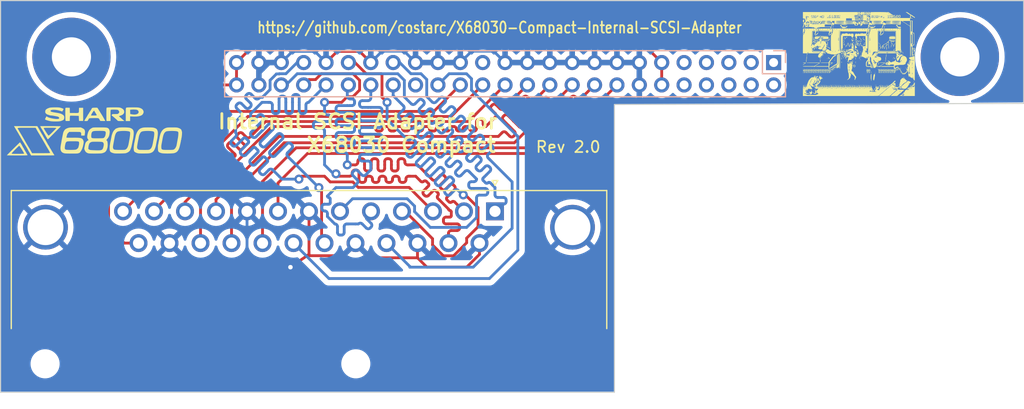
<source format=kicad_pcb>
(kicad_pcb (version 20240108) (generator "pcbnew") (generator_version "8.0")
  (title_block (title "X68030 Compact Internal SCSI Adapter") (date "2024-09-16") (rev "2.0") (company "RCC @ 2024"))
  (layers (0 "F.Cu" signal) (31 "B.Cu" signal) (34 "B.Paste" user) (35 "F.Paste" user) (36 "B.SilkS" user "B.Silkscreen") (37 "F.SilkS" user "F.Silkscreen") (38 "B.Mask" user) (39 "F.Mask" user) (44 "Edge.Cuts" user))
  (net 0 "")
  (net 1 "GND")
  (net 2 "DB0")
  (net 3 "DB1")
  (net 4 "DB2")
  (net 5 "DB3")
  (net 6 "DB4")
  (net 7 "DB5")
  (net 8 "DB6")
  (net 9 "DB7")
  (net 10 "DBP")
  (net 11 "ID1")
  (net 12 "ATN")
  (net 13 "BSY")
  (net 14 "ACK")
  (net 15 "RST")
  (net 16 "MSG")
  (net 17 "SEL")
  (net 18 "CD")
  (net 19 "REQ")
  (net 20 "IO")
  (net 22 "VCC")
  (net 24 "ID2")
  (net 29 "TMPWR")
  (net 31 "HD LED")
  (net 32 "ID4")
  (footprint "LOGO" (layer "F.Cu") (at 103.124 34.29)
    (property "Reference" "G***" (hide yes))
    (property "Value" "LOGO" (hide yes))
  )
  (footprint "Connector_Dsub:DSUB-25_Female_Horizontal_P2.77x2.84mm_EdgePinOffset7.70mm_Housed_MountingHolesOffset9.12mm" (layer "F.Cu") (at 70.602565 48.349328)
    (property "Reference" "J2" (hide yes))
    (property "Value" "DB25_Plug_MountingHoles" (hide yes))
  )
  (footprint "MountingHole:MountingHole_2.1mm" (layer "F.Cu") (at 30.395916 61.976)
    (property "Reference" "H3" (hide yes))
    (property "Value" "MountingHole" (hide yes))
  )
  (footprint "MountingHole:MountingHole_2.1mm" (layer "F.Cu") (at 58.166 61.976)
    (property "Reference" "H4" (hide yes))
    (property "Value" "MountingHole" (hide yes))
  )
  (footprint "MountingHole:MountingHole_3.5mm_Pad" (layer "F.Cu") (at 32.75 34.544)
    (property "Reference" "H2" (hide yes))
    (property "Value" "MountingHole" (hide yes))
  )
  (footprint "MountingHole:MountingHole_3.5mm_Pad" (layer "F.Cu") (at 112.15 34.544)
    (property "Reference" "H1" (hide yes))
    (property "Value" "MountingHole" (hide yes))
  )
  (footprint "LOGO" (layer "F.Cu") (at 34.798 41.148)
    (property "Reference" "G***" (hide yes))
    (property "Value" "LOGO" (hide yes))
  )
  (footprint "Connector_PinSocket_2.00mm:PinSocket_2x25_P2.00mm_Vertical" (layer "B.Cu") (at 95.504 35.052 90)
    (property "Reference" "J1" (hide yes))
    (property "Value" "X68030 Internal SCSI Connector" (hide yes))
  )
  (gr_line (start 26.416 64.516) (end 81.28 64.516) (stroke (width 0.1)) (layer "Edge.Cuts"))
  (gr_line (start 81.28 64.516) (end 81.28 38.8) (stroke (width 0.1)) (layer "Edge.Cuts"))
  (gr_line (start 81.28 38.8) (end 117.856 38.704) (stroke (width 0.1)) (layer "Edge.Cuts"))
  (gr_line (start 26.416 29.512) (end 26.416 64.516) (stroke (width 0.1)) (layer "Edge.Cuts"))
  (gr_line (start 117.856 38.704) (end 117.856 29.516) (stroke (width 0.1)) (layer "Edge.Cuts"))
  (gr_line (start 117.856 29.516) (end 26.416 29.512) (stroke (width 0.1)) (layer "Edge.Cuts"))
  (gr_text "https://github.com/costarc/X68030-Compact-Internal-SCSI-Adapter" (at 49.276 32.512 0) (layer "F.SilkS") (effects (font (size 1 0.8)) (justify left bottom)))
  (gr_text "Internal SCSI Adapter for \n        X68030 Compact" (at 45.72 43.18 0) (layer "F.SilkS") (effects (font (size 1.3 1.3) (thickness 0.25) (bold yes)) (justify left bottom)))
  (gr_text "Rev 2.0" (at 74.168 43.18 0) (layer "F.SilkS") (effects (font (size 1 1)) (justify left bottom)))
  (segment (start 69.217565 52.194435) (end 68.072 53.34) (width 0.25) (layer "F.Cu") (net 1))
  (segment (start 53.982565 52.189435) (end 53.823665 52.299665) (width 0.25) (layer "F.Cu") (net 1))
  (segment (start 69.217565 51.189328) (end 69.217565 52.194435) (width 0.25) (layer "F.Cu") (net 1))
  (segment (start 53.838328 52.314328) (end 57.012565 52.314328) (width 0.25) (layer "F.Cu") (net 1))
  (segment (start 68.072 53.34) (end 64.516 53.34) (width 0.25) (layer "F.Cu") (net 1))
  (segment (start 53.982565 48.349328) (end 53.982565 52.189435) (width 0.25) (layer "F.Cu") (net 1))
  (segment (start 59.449802 52.501565) (end 58.137565 51.189328) (width 0.25) (layer "F.Cu") (net 1))
  (segment (start 58.504 34.052) (end 56.504 34.052) (width 0.25) (layer "F.Cu") (net 1))
  (segment (start 59.504 35.052) (end 58.504 34.052) (width 0.25) (layer "F.Cu") (net 1))
  (segment (start 57.012565 52.314328) (end 58.137565 51.189328) (width 0.25) (layer "F.Cu") (net 1))
  (segment (start 56.504 34.052) (end 55.504 35.052) (width 0.25) (layer "F.Cu") (net 1))
  (segment (start 53.823665 52.299665) (end 53.838328 52.314328) (width 0.25) (layer "F.Cu") (net 1))
  (segment (start 63.677565 52.501565) (end 63.677565 51.189328) (width 0.25) (layer "F.Cu") (net 1))
  (segment (start 64.516 53.34) (end 63.677565 52.501565) (width 0.25) (layer "F.Cu") (net 1))
  (segment (start 53.823665 52.299665) (end 52.324 53.34) (width 0.25) (layer "F.Cu") (net 1))
  (segment (start 63.677565 52.501565) (end 59.449802 52.501565) (width 0.25) (layer "F.Cu") (net 1))
  (via (at 52.324 53.34) (size 0.8) (drill 0.4) (layers "F.Cu" "B.Cu") (net 1))
  (segment (start 52.504 34.052) (end 51.504 35.052) (width 0.25) (layer "B.Cu") (net 1))
  (segment (start 50.549406 35.052) (end 49.912703 35.688703) (width 0.25) (layer "B.Cu") (net 1))
  (segment (start 70.488 34.036) (end 68.52 34.036) (width 0.25) (layer "B.Cu") (net 1))
  (segment (start 71.504 35.052) (end 70.488 34.036) (width 0.25) (layer "B.Cu") (net 1))
  (segment (start 60.52 34.036) (end 59.504 35.052) (width 0.25) (layer "B.Cu") (net 1))
  (segment (start 49.912703 35.688703) (end 49.504 36.097406) (width 0.25) (layer "B.Cu") (net 1))
  (segment (start 48.873467 53.34) (end 52.324 53.34) (width 0.25) (layer "B.Cu") (net 1))
  (segment (start 49.504 36.097406) (end 49.504 37.052) (width 0.25) (layer "B.Cu") (net 1))
  (segment (start 49.504 35.28) (end 49.912703 35.688703) (width 0.25) (layer "B.Cu") (net 1))
  (segment (start 48.442565 48.349328) (end 48.442565 52.909098) (width 0.25) (layer "B.Cu") (net 1))
  (segment (start 83.504 35.052) (end 83.504 37.052) (width 0.25) (layer "B.Cu") (net 1))
  (segment (start 62.488 34.036) (end 60.52 34.036) (width 0.25) (layer "B.Cu") (net 1))
  (segment (start 48.442565 52.909098) (end 48.873467 53.34) (width 0.25) (layer "B.Cu") (net 1))
  (segment (start 68.52 34.036) (end 67.504 35.052) (width 0.25) (layer "B.Cu") (net 1))
  (segment (start 63.504 35.052) (end 62.488 34.036) (width 0.25) (layer "B.Cu") (net 1))
  (segment (start 55.504 35.052) (end 54.504 34.052) (width 0.25) (layer "B.Cu") (net 1))
  (segment (start 51.504 35.052) (end 50.549406 35.052) (width 0.25) (layer "B.Cu") (net 1))
  (segment (start 54.504 34.052) (end 52.504 34.052) (width 0.25) (layer "B.Cu") (net 1))
  (segment (start 49.504 35.052) (end 49.504 35.28) (width 0.25) (layer "B.Cu") (net 1))
  (segment (start 83.504 35.052) (end 71.504 35.052) (width 0.25) (layer "B.Cu") (net 1))
  (segment (start 67.504 35.052) (end 63.504 35.052) (width 0.25) (layer "B.Cu") (net 1))
  (segment (start 51.212565 45.815435) (end 51.212565 48.349328) (width 0.25) (layer "F.Cu") (net 2))
  (segment (start 79.816668 39.814136) (end 79.448973 39.446441) (width 0.25) (layer "F.Cu") (net 2))
  (segment (start 79.392402 40.577813) (end 79.307551 40.662665) (width 0.25) (layer "F.Cu") (net 2))
  (segment (start 79.873236 39.022176) (end 80.240932 39.389872) (width 0.25) (layer "F.Cu") (net 2))
  (segment (start 78.430738 40.125264) (end 77.928691 39.623217) (width 0.25) (layer "F.Cu") (net 2))
  (segment (start 77.836766 40.719232) (end 77.751914 40.804085) (width 0.25) (layer "F.Cu") (net 2))
  (segment (start 77.504426 40.047481) (end 77.836766 40.379821) (width 0.25) (layer "F.Cu") (net 2))
  (segment (start 78.855 39.700997) (end 78.855001 39.700999) (width 0.25) (layer "F.Cu") (net 2))
  (segment (start 78.855001 39.700999) (end 79.392403 40.238401) (width 0.25) (layer "F.Cu") (net 2))
  (segment (start 77.589279 39.623217) (end 77.504426 39.708069) (width 0.25) (layer "F.Cu") (net 2))
  (segment (start 77.577714 40.978286) (end 75.376 43.18) (width 0.25) (layer "F.Cu") (net 2))
  (segment (start 80.240931 39.729284) (end 80.15608 39.814136) (width 0.25) (layer "F.Cu") (net 2))
  (segment (start 77.751914 40.804085) (end 77.577714 40.978286) (width 0.25) (layer "F.Cu") (net 2))
  (segment (start 79.448973 39.446441) (end 78.77722 38.774688) (width 0.25) (layer "F.Cu") (net 2))
  (segment (start 53.848 43.18) (end 51.212565 45.815435) (width 0.25) (layer "F.Cu") (net 2))
  (segment (start 75.376 43.18) (end 53.848 43.18) (width 0.25) (layer "F.Cu") (net 2))
  (segment (start 78.968139 40.662665) (end 78.430738 40.125264) (width 0.25) (layer "F.Cu") (net 2))
  (segment (start 81.504 37.052) (end 79.873236 38.682764) (width 0.25) (layer "F.Cu") (net 2))
  (segment (start 78.437808 38.774688) (end 78.352955 38.85954) (width 0.25) (layer "F.Cu") (net 2))
  (segment (start 78.352955 39.198952) (end 78.855 39.700997) (width 0.25) (layer "F.Cu") (net 2))
  (arc (start 79.307551 40.662665) (mid 79.137844 40.732961) (end 78.968139 40.662665) (width 0.25) (layer "F.Cu") (net 2))
  (arc (start 78.77722 38.774688) (mid 78.607514 38.704393) (end 78.437808 38.774688) (width 0.25) (layer "F.Cu") (net 2))
  (arc (start 77.836766 40.379821) (mid 77.90706 40.549527) (end 77.836766 40.719232) (width 0.25) (layer "F.Cu") (net 2))
  (arc (start 80.15608 39.814136) (mid 79.986373 39.884432) (end 79.816668 39.814136) (width 0.25) (layer "F.Cu") (net 2))
  (arc (start 77.504426 39.708069) (mid 77.434131 39.877775) (end 77.504426 40.047481) (width 0.25) (layer "F.Cu") (net 2))
  (arc (start 80.240932 39.389872) (mid 80.311227 39.559577) (end 80.240931 39.729284) (width 0.25) (layer "F.Cu") (net 2))
  (arc (start 77.928691 39.623217) (mid 77.758985 39.552922) (end 77.589279 39.623217) (width 0.25) (layer "F.Cu") (net 2))
  (arc (start 79.392403 40.238401) (mid 79.462698 40.408106) (end 79.392402 40.577813) (width 0.25) (layer "F.Cu") (net 2))
  (arc (start 79.873236 38.682764) (mid 79.80294 38.852471) (end 79.873236 39.022176) (width 0.25) (layer "F.Cu") (net 2))
  (arc (start 78.352955 38.85954) (mid 78.28266 39.029246) (end 78.352955 39.198952) (width 0.25) (layer "F.Cu") (net 2))
  (segment (start 75.817365 40.738633) (end 75.732513 40.823486) (width 0.25) (layer "F.Cu") (net 3))
  (segment (start 76.92399 39.985565) (end 76.676504 40.233052) (width 0.25) (layer "F.Cu") (net 3))
  (segment (start 49.827565 45.676435) (end 49.827565 51.189328) (width 0.25) (layer "F.Cu") (net 3))
  (segment (start 77.514424 39.041573) (end 77.429572 39.126427) (width 0.25) (layer "F.Cu") (net 3))
  (segment (start 75.485025 40.066882) (end 75.817365 40.399222) (width 0.25) (layer "F.Cu") (net 3))
  (segment (start 75.14939 41.40661) (end 73.884 42.672) (width 0.25) (layer "F.Cu") (net 3))
  (segment (start 76.499726 40.233053) (end 76.411338 40.144665) (width 0.25) (layer "F.Cu") (net 3))
  (segment (start 77.443714 38.122335) (end 77.358861 38.207187) (width 0.25) (layer "F.Cu") (net 3))
  (segment (start 76.333555 39.218351) (end 76.665895 39.550691) (width 0.25) (layer "F.Cu") (net 3))
  (segment (start 75.569878 39.642618) (end 75.485025 39.72747) (width 0.25) (layer "F.Cu") (net 3))
  (segment (start 52.832 42.672) (end 49.827565 45.676435) (width 0.25) (layer "F.Cu") (net 3))
  (segment (start 77.09016 39.126428) (end 76.757819 38.794087) (width 0.25) (layer "F.Cu") (net 3))
  (segment (start 76.411338 40.144665) (end 76.411336 40.144664) (width 0.25) (layer "F.Cu") (net 3))
  (segment (start 79.504 37.052) (end 78.278101 38.277899) (width 0.25) (layer "F.Cu") (net 3))
  (segment (start 73.884 42.672) (end 52.832 42.672) (width 0.25) (layer "F.Cu") (net 3))
  (segment (start 75.732513 40.823486) (end 75.14939 41.40661) (width 0.25) (layer "F.Cu") (net 3))
  (segment (start 77.358861 38.546599) (end 77.514424 38.702162) (width 0.25) (layer "F.Cu") (net 3))
  (segment (start 77.938689 38.277899) (end 77.783125 38.122335) (width 0.25) (layer "F.Cu") (net 3))
  (segment (start 76.24163 39.974958) (end 75.90929 39.642618) (width 0.25) (layer "F.Cu") (net 3))
  (segment (start 77.429572 39.126427) (end 77.429572 39.126428) (width 0.25) (layer "F.Cu") (net 3))
  (segment (start 76.411336 40.144664) (end 76.24163 39.974958) (width 0.25) (layer "F.Cu") (net 3))
  (segment (start 76.418408 38.794087) (end 76.333555 38.878939) (width 0.25) (layer "F.Cu") (net 3))
  (segment (start 76.665895 39.550691) (end 76.923991 39.808787) (width 0.25) (layer "F.Cu") (net 3))
  (arc (start 78.278101 38.277899) (mid 78.108395 38.348194) (end 77.938689 38.277899) (width 0.25) (layer "F.Cu") (net 3))
  (arc (start 77.783125 38.122335) (mid 77.61342 38.05204) (end 77.443714 38.122335) (width 0.25) (layer "F.Cu") (net 3))
  (arc (start 76.676504 40.233052) (mid 76.588116 40.269664) (end 76.499726 40.233053) (width 0.25) (layer "F.Cu") (net 3))
  (arc (start 75.90929 39.642618) (mid 75.739584 39.572323) (end 75.569878 39.642618) (width 0.25) (layer "F.Cu") (net 3))
  (arc (start 76.757819 38.794087) (mid 76.588114 38.723792) (end 76.418408 38.794087) (width 0.25) (layer "F.Cu") (net 3))
  (arc (start 75.817365 40.399222) (mid 75.887659 40.568928) (end 75.817365 40.738633) (width 0.25) (layer "F.Cu") (net 3))
  (arc (start 77.514424 38.702162) (mid 77.584718 38.871868) (end 77.514424 39.041573) (width 0.25) (layer "F.Cu") (net 3))
  (arc (start 75.485025 39.72747) (mid 75.41473 39.897176) (end 75.485025 40.066882) (width 0.25) (layer "F.Cu") (net 3))
  (arc (start 76.923991 39.808787) (mid 76.960603 39.897175) (end 76.92399 39.985565) (width 0.25) (layer "F.Cu") (net 3))
  (arc (start 76.333555 38.878939) (mid 76.26326 39.048645) (end 76.333555 39.218351) (width 0.25) (layer "F.Cu") (net 3))
  (arc (start 77.358861 38.207187) (mid 77.288566 38.376893) (end 77.358861 38.546599) (width 0.25) (layer "F.Cu") (net 3))
  (arc (start 77.429572 39.126428) (mid 77.259866 39.196723) (end 77.09016 39.126428) (width 0.25) (layer "F.Cu") (net 3))
  (segment (start 77.504 37.052) (end 76.002811 38.553189) (width 0.25) (layer "F.Cu") (net 4))
  (segment (start 51.758 42.222) (end 47.057565 46.922435) (width 0.25) (layer "F.Cu") (net 4))
  (segment (start 74.638093 40.922) (end 74.305753 40.58966) (width 0.25) (layer "F.Cu") (net 4))
  (segment (start 74.991647 38.220848) (end 74.906794 38.3057) (width 0.25) (layer "F.Cu") (net 4))
  (segment (start 73.881489 40.674512) (end 73.741298 40.814702) (width 0.25) (layer "F.Cu") (net 4))
  (segment (start 75.062358 40.837146) (end 74.977505 40.922) (width 0.25) (layer "F.Cu") (net 4))
  (segment (start 74.058265 39.493641) (end 74.390605 39.825981) (width 0.25) (layer "F.Cu") (net 4))
  (segment (start 47.057565 46.922435) (end 47.057565 51.189328) (width 0.25) (layer "F.Cu") (net 4))
  (segment (start 74.143118 39.069377) (end 74.058265 39.154229) (width 0.25) (layer "F.Cu") (net 4))
  (segment (start 74.390605 39.825981) (end 75.062358 40.497734) (width 0.25) (layer "F.Cu") (net 4))
  (segment (start 73.966343 40.589659) (end 73.881489 40.674512) (width 0.25) (layer "F.Cu") (net 4))
  (segment (start 74.906794 38.645112) (end 75.239134 38.977452) (width 0.25) (layer "F.Cu") (net 4))
  (segment (start 75.663399 38.553189) (end 75.331058 38.220848) (width 0.25) (layer "F.Cu") (net 4))
  (segment (start 74.81487 39.401718) (end 74.482529 39.069377) (width 0.25) (layer "F.Cu") (net 4))
  (segment (start 75.154282 39.401717) (end 75.154282 39.401718) (width 0.25) (layer "F.Cu") (net 4))
  (segment (start 72.334 42.222) (end 51.758 42.222) (width 0.25) (layer "F.Cu") (net 4))
  (segment (start 75.239134 39.316863) (end 75.154282 39.401717) (width 0.25) (layer "F.Cu") (net 4))
  (segment (start 73.741298 40.814702) (end 72.334 42.222) (width 0.25) (layer "F.Cu") (net 4))
  (arc (start 75.331058 38.220848) (mid 75.161353 38.150553) (end 74.991647 38.220848) (width 0.25) (layer "F.Cu") (net 4))
  (arc (start 75.154282 39.401718) (mid 74.984576 39.472013) (end 74.81487 39.401718) (width 0.25) (layer "F.Cu") (net 4))
  (arc (start 76.002811 38.553189) (mid 75.833105 38.623484) (end 75.663399 38.553189) (width 0.25) (layer "F.Cu") (net 4))
  (arc (start 74.482529 39.069377) (mid 74.312824 38.999082) (end 74.143118 39.069377) (width 0.25) (layer "F.Cu") (net 4))
  (arc (start 74.906794 38.3057) (mid 74.836499 38.475406) (end 74.906794 38.645112) (width 0.25) (layer "F.Cu") (net 4))
  (arc (start 74.058265 39.154229) (mid 73.98797 39.323935) (end 74.058265 39.493641) (width 0.25) (layer "F.Cu") (net 4))
  (arc (start 74.305753 40.58966) (mid 74.136047 40.519366) (end 73.966343 40.589659) (width 0.25) (layer "F.Cu") (net 4))
  (arc (start 74.977505 40.922) (mid 74.8078 40.992294) (end 74.638093 40.922) (width 0.25) (layer "F.Cu") (net 4))
  (arc (start 75.239134 38.977452) (mid 75.309428 39.147158) (end 75.239134 39.316863) (width 0.25) (layer "F.Cu") (net 4))
  (arc (start 75.062358 40.497734) (mid 75.132652 40.667441) (end 75.062358 40.837146) (width 0.25) (layer "F.Cu") (net 4))
  (segment (start 51.308 41.656) (end 45.672565 47.291435) (width 0.25) (layer "F.Cu") (net 5))
  (segment (start 72.01429 40.881122) (end 72.34663 41.213462) (width 0.25) (layer "F.Cu") (net 5))
  (segment (start 72.34663 41.552874) (end 72.261777 41.637728) (width 0.25) (layer "F.Cu") (net 5))
  (segment (start 72.191068 39.360838) (end 72.523408 39.693178) (width 0.25) (layer "F.Cu") (net 5))
  (segment (start 73.195161 40.704343) (end 73.110308 40.789197) (width 0.25) (layer "F.Cu") (net 5))
  (segment (start 72.268851 40.287152) (end 72.268849 40.287151) (width 0.25) (layer "F.Cu") (net 5))
  (segment (start 73.074952 38.547665) (end 73.371936 38.844649) (width 0.25) (layer "F.Cu") (net 5))
  (segment (start 45.672565 47.291435) (end 45.672565 48.349328) (width 0.25) (layer "F.Cu") (net 5))
  (segment (start 72.275921 38.936574) (end 72.191068 39.021426) (width 0.25) (layer "F.Cu") (net 5))
  (segment (start 72.523408 39.693178) (end 73.195161 40.364931) (width 0.25) (layer "F.Cu") (net 5))
  (segment (start 72.268849 40.287151) (end 71.766803 39.785105) (width 0.25) (layer "F.Cu") (net 5))
  (segment (start 70.9 41.656) (end 69.657824 41.656) (width 0.25) (layer "F.Cu") (net 5))
  (segment (start 73.796202 38.420386) (end 73.499217 38.123401) (width 0.25) (layer "F.Cu") (net 5))
  (segment (start 73.287085 39.268914) (end 73.287085 39.268915) (width 0.25) (layer "F.Cu") (net 5))
  (segment (start 71.844584 40.711416) (end 72.01429 40.881122) (width 0.25) (layer "F.Cu") (net 5))
  (segment (start 75.504 37.052) (end 74.135614 38.420386) (width 0.25) (layer "F.Cu") (net 5))
  (segment (start 72.770896 40.789197) (end 72.268851 40.287152) (width 0.25) (layer "F.Cu") (net 5))
  (segment (start 73.159805 38.123401) (end 73.074952 38.208253) (width 0.25) (layer "F.Cu") (net 5))
  (segment (start 72.947673 39.268915) (end 72.615332 38.936574) (width 0.25) (layer "F.Cu") (net 5))
  (segment (start 71.922365 41.637728) (end 71.590025 41.305388) (width 0.25) (layer "F.Cu") (net 5))
  (segment (start 71.165761 41.39024) (end 70.9 41.656) (width 0.25) (layer "F.Cu") (net 5))
  (segment (start 71.844583 40.711414) (end 71.844584 40.711416) (width 0.25) (layer "F.Cu") (net 5))
  (segment (start 69.657824 41.656) (end 51.308 41.656) (width 0.25) (layer "F.Cu") (net 5))
  (segment (start 71.342538 40.209369) (end 71.844583 40.711414) (width 0.25) (layer "F.Cu") (net 5))
  (segment (start 71.427391 39.785105) (end 71.342538 39.869957) (width 0.25) (layer "F.Cu") (net 5))
  (segment (start 73.371936 39.184061) (end 73.287085 39.268914) (width 0.25) (layer "F.Cu") (net 5))
  (segment (start 71.250615 41.305387) (end 71.165761 41.39024) (width 0.25) (layer "F.Cu") (net 5))
  (arc (start 72.191068 39.021426) (mid 72.120773 39.191132) (end 72.191068 39.360838) (width 0.25) (layer "F.Cu") (net 5))
  (arc (start 72.615332 38.936574) (mid 72.445627 38.866279) (end 72.275921 38.936574) (width 0.25) (layer "F.Cu") (net 5))
  (arc (start 73.074952 38.208253) (mid 73.004657 38.377959) (end 73.074952 38.547665) (width 0.25) (layer "F.Cu") (net 5))
  (arc (start 71.590025 41.305388) (mid 71.420319 41.235094) (end 71.250615 41.305387) (width 0.25) (layer "F.Cu") (net 5))
  (arc (start 73.195161 40.364931) (mid 73.265455 40.534638) (end 73.195161 40.704343) (width 0.25) (layer "F.Cu") (net 5))
  (arc (start 74.135614 38.420386) (mid 73.965908 38.490681) (end 73.796202 38.420386) (width 0.25) (layer "F.Cu") (net 5))
  (arc (start 71.342538 39.869957) (mid 71.272243 40.039663) (end 71.342538 40.209369) (width 0.25) (layer "F.Cu") (net 5))
  (arc (start 73.110308 40.789197) (mid 72.940603 40.859491) (end 72.770896 40.789197) (width 0.25) (layer "F.Cu") (net 5))
  (arc (start 73.371936 38.844649) (mid 73.442231 39.014355) (end 73.371936 39.184061) (width 0.25) (layer "F.Cu") (net 5))
  (arc (start 71.766803 39.785105) (mid 71.597097 39.71481) (end 71.427391 39.785105) (width 0.25) (layer "F.Cu") (net 5))
  (arc (start 73.499217 38.123401) (mid 73.329511 38.053106) (end 73.159805 38.123401) (width 0.25) (layer "F.Cu") (net 5))
  (arc (start 72.261777 41.637728) (mid 72.092072 41.708022) (end 71.922365 41.637728) (width 0.25) (layer "F.Cu") (net 5))
  (arc (start 72.34663 41.213462) (mid 72.416924 41.383169) (end 72.34663 41.552874) (width 0.25) (layer "F.Cu") (net 5))
  (arc (start 73.287085 39.268915) (mid 73.117379 39.33921) (end 72.947673 39.268915) (width 0.25) (layer "F.Cu") (net 5))
  (segment (start 70.2882 39.263706) (end 70.62054 39.596046) (width 0.25) (layer "F.Cu") (net 6))
  (segment (start 68.143856 40.772144) (end 67.943856 40.772144) (width 0.25) (layer "F.Cu") (net 6))
  (segment (start 62.143856 40.772144) (end 61.943856 40.772144) (width 0.25) (layer "F.Cu") (net 6))
  (segment (start 70.535688 40.020311) (end 70.076069 40.479931) (width 0.25) (layer "F.Cu") (net 6))
  (segment (start 59.743856 40.772144) (end 59.543856 40.772144) (width 0.25) (layer "F.Cu") (net 6))
  (segment (start 63.343856 40.772144) (end 63.143856 40.772144) (width 0.25) (layer "F.Cu") (net 6))
  (segment (start 65.743856 40.772144) (end 65.543856 40.772144) (width 0.25) (layer "F.Cu") (net 6))
  (segment (start 59.45551 40.772144) (end 50.667856 40.772144) (width 0.25) (layer "F.Cu") (net 6))
  (segment (start 68.943856 40.532144) (end 68.943856 40.772144) (width 0.25) (layer "F.Cu") (net 6))
  (segment (start 67.543856 41.172144) (end 67.343856 41.172144) (width 0.25) (layer "F.Cu") (net 6))
  (segment (start 66.943856 40.772144) (end 66.743856 40.772144) (width 0.25) (layer "F.Cu") (net 6))
  (segment (start 68.943856 40.772144) (end 68.943856 40.972144) (width 0.25) (layer "F.Cu") (net 6))
  (segment (start 70.076069 40.479931) (end 69.783856 40.772144) (width 0.25) (layer "F.Cu") (net 6))
  (segment (start 66.343856 41.172144) (end 66.143856 41.172144) (width 0.25) (layer "F.Cu") (net 6))
  (segment (start 60.943856 40.772144) (end 60.743856 40.772144) (width 0.25) (layer "F.Cu") (net 6))
  (segment (start 44.287565 47.152435) (end 44.287565 51.189328) (width 0.25) (layer "F.Cu") (net 6))
  (segment (start 60.343856 41.172144) (end 60.143856 41.172144) (width 0.25) (layer "F.Cu") (net 6))
  (segment (start 70.62054 39.935457) (end 70.535688 40.020311) (width 0.25) (layer "F.Cu") (net 6))
  (segment (start 71.044805 39.171783) (end 70.712464 38.839442) (width 0.25) (layer "F.Cu") (net 6))
  (segment (start 69.303856 40.122144) (end 69.183856 40.122144) (width 0.25) (layer "F.Cu") (net 6))
  (segment (start 62.743856 41.172144) (end 62.543856 41.172144) (width 0.25) (layer "F.Cu") (net 6))
  (segment (start 63.943856 41.172144) (end 63.743856 41.172144) (width 0.25) (layer "F.Cu") (net 6))
  (segment (start 68.943856 40.362144) (end 68.943856 40.532144) (width 0.25) (layer "F.Cu") (net 6))
  (segment (start 59.543856 40.772144) (end 59.45551 40.772144) (width 0.25) (layer "F.Cu") (net 6))
  (segment (start 64.543856 40.772144) (end 64.343856 40.772144) (width 0.25) (layer "F.Cu") (net 6))
  (segment (start 61.543856 41.172144) (end 61.343856 41.172144) (width 0.25) (layer "F.Cu") (net 6))
  (segment (start 68.743856 41.172144) (end 68.543856 41.172144) (width 0.25) (layer "F.Cu") (net 6))
  (segment (start 69.543856 40.532144) (end 69.543856 40.362144) (width 0.25) (layer "F.Cu") (net 6))
  (segment (start 65.143856 41.172144) (end 64.943856 41.172144) (width 0.25) (layer "F.Cu") (net 6))
  (segment (start 70.373053 38.839442) (end 70.2882 38.924294) (width 0.25) (layer "F.Cu") (net 6))
  (segment (start 73.504 37.052) (end 71.384217 39.171783) (width 0.25) (layer "F.Cu") (net 6))
  (segment (start 50.667856 40.772144) (end 44.287565 47.152435) (width 0.25) (layer "F.Cu") (net 6))
  (arc (start 68.943856 40.972144) (mid 68.885277 41.113565) (end 68.743856 41.172144) (width 0.25) (layer "F.Cu") (net 6))
  (arc (start 62.543856 41.172144) (mid 62.402435 41.113565) (end 62.343856 40.972144) (width 0.25) (layer "F.Cu") (net 6))
  (arc (start 60.743856 40.772144) (mid 60.602435 40.830723) (end 60.543856 40.972144) (width 0.25) (layer "F.Cu") (net 6))
  (arc (start 64.943856 41.172144) (mid 64.802435 41.113565) (end 64.743856 40.972144) (width 0.25) (layer "F.Cu") (net 6))
  (arc (start 65.943856 40.972144) (mid 65.885277 40.830723) (end 65.743856 40.772144) (width 0.25) (layer "F.Cu") (net 6))
  (arc (start 61.743856 40.972144) (mid 61.685277 41.113565) (end 61.543856 41.172144) (width 0.25) (layer "F.Cu") (net 6))
  (arc (start 63.543856 40.972144) (mid 63.485277 40.830723) (end 63.343856 40.772144) (width 0.25) (layer "F.Cu") (net 6))
  (arc (start 62.943856 40.972144) (mid 62.885277 41.113565) (end 62.743856 41.172144) (width 0.25) (layer "F.Cu") (net 6))
  (arc (start 63.143856 40.772144) (mid 63.002435 40.830723) (end 62.943856 40.972144) (width 0.25) (layer "F.Cu") (net 6))
  (arc (start 67.943856 40.772144) (mid 67.802435 40.830723) (end 67.743856 40.972144) (width 0.25) (layer "F.Cu") (net 6))
  (arc (start 68.543856 41.172144) (mid 68.402435 41.113565) (end 68.343856 40.972144) (width 0.25) (layer "F.Cu") (net 6))
  (arc (start 64.343856 40.772144) (mid 64.202435 40.830723) (end 64.143856 40.972144) (width 0.25) (layer "F.Cu") (net 6))
  (arc (start 67.143856 40.972144) (mid 67.085277 40.830723) (end 66.943856 40.772144) (width 0.25) (layer "F.Cu") (net 6))
  (arc (start 66.743856 40.772144) (mid 66.602435 40.830723) (end 66.543856 40.972144) (width 0.25) (layer "F.Cu") (net 6))
  (arc (start 60.543856 40.972144) (mid 60.485277 41.113565) (end 60.343856 41.172144) (width 0.25) (layer "F.Cu") (net 6))
  (arc (start 64.143856 40.972144) (mid 64.085277 41.113565) (end 63.943856 41.172144) (width 0.25) (layer "F.Cu") (net 6))
  (arc (start 69.183856 40.122144) (mid 69.01415 40.192438) (end 68.943856 40.362144) (width 0.25) (layer "F.Cu") (net 6))
  (arc (start 70.2882 38.924294) (mid 70.217905 39.094) (end 70.2882 39.263706) (width 0.25) (layer "F.Cu") (net 6))
  (arc (start 66.143856 41.172144) (mid 66.002435 41.113565) (end 65.943856 40.972144) (width 0.25) (layer "F.Cu") (net 6))
  (arc (start 70.712464 38.839442) (mid 70.542759 38.769147) (end 70.373053 38.839442) (width 0.25) (layer "F.Cu") (net 6))
  (arc (start 67.343856 41.172144) (mid 67.202435 41.113565) (end 67.143856 40.972144) (width 0.25) (layer "F.Cu") (net 6))
  (arc (start 70.62054 39.596046) (mid 70.690834 39.765752) (end 70.62054 39.935457) (width 0.25) (layer "F.Cu") (net 6))
  (arc (start 64.743856 40.972144) (mid 64.685277 40.830723) (end 64.543856 40.772144) (width 0.25) (layer "F.Cu") (net 6))
  (arc (start 61.943856 40.772144) (mid 61.802435 40.830723) (end 61.743856 40.972144) (width 0.25) (layer "F.Cu") (net 6))
  (arc (start 59.943856 40.972144) (mid 59.885277 40.830723) (end 59.743856 40.772144) (width 0.25) (layer "F.Cu") (net 6))
  (arc (start 69.783856 40.772144) (mid 69.61415 40.70185) (end 69.543856 40.532144) (width 0.25) (layer "F.Cu") (net 6))
  (arc (start 65.543856 40.772144) (mid 65.402435 40.830723) (end 65.343856 40.972144) (width 0.25) (layer "F.Cu") (net 6))
  (arc (start 71.384217 39.171783) (mid 71.214511 39.242078) (end 71.044805 39.171783) (width 0.25) (layer "F.Cu") (net 6))
  (arc (start 68.343856 40.972144) (mid 68.285277 40.830723) (end 68.143856 40.772144) (width 0.25) (layer "F.Cu") (net 6))
  (arc (start 60.143856 41.172144) (mid 60.002435 41.113565) (end 59.943856 40.972144) (width 0.25) (layer "F.Cu") (net 6))
  (arc (start 66.543856 40.972144) (mid 66.485277 41.113565) (end 66.343856 41.172144) (width 0.25) (layer "F.Cu") (net 6))
  (arc (start 62.343856 40.972144) (mid 62.285277 40.830723) (end 62.143856 40.772144) (width 0.25) (layer "F.Cu") (net 6))
  (arc (start 63.743856 41.172144) (mid 63.602435 41.113565) (end 63.543856 40.972144) (width 0.25) (layer "F.Cu") (net 6))
  (arc (start 69.543856 40.362144) (mid 69.473562 40.192438) (end 69.303856 40.122144) (width 0.25) (layer "F.Cu") (net 6))
  (arc (start 61.143856 40.972144) (mid 61.085277 40.830723) (end 60.943856 40.772144) (width 0.25) (layer "F.Cu") (net 6))
  (arc (start 65.343856 40.972144) (mid 65.285277 41.113565) (end 65.143856 41.172144) (width 0.25) (layer "F.Cu") (net 6))
  (arc (start 61.343856 41.172144) (mid 61.202435 41.113565) (end 61.143856 40.972144) (width 0.25) (layer "F.Cu") (net 6))
  (arc (start 67.743856 40.972144) (mid 67.685277 41.113565) (end 67.543856 41.172144) (width 0.25) (layer "F.Cu") (net 6))
  (segment (start 46.260447 44.517106) (end 46.507934 44.269618) (width 0.25) (layer "F.Cu") (net 7))
  (segment (start 47.356465 43.24431) (end 47.268076 43.155921) (width 0.25) (layer "F.Cu") (net 7))
  (segment (start 48.710581 41.713423) (end 48.795433 41.628568) (width 0.25) (layer "F.Cu") (net 7))
  (segment (start 47.190299 42.229612) (end 47.692345 42.731658) (width 0.25) (layer "F.Cu") (net 7))
  (segment (start 42.902565 48.349328) (end 42.902565 47.521435) (width 0.25) (layer "F.Cu") (net 7))
  (segment (start 47.614564 41.465934) (end 47.699418 41.381081) (width 0.25) (layer "F.Cu") (net 7))
  (segment (start 44.977047 45.107546) (end 45.146752 45.277251) (width 0.25) (layer "F.Cu") (net 7))
  (segment (start 47.108978 43.668575) (end 47.356465 43.421087) (width 0.25) (layer "F.Cu") (net 7))
  (segment (start 48.116607 42.30739) (end 48.116609 42.307391) (width 0.25) (layer "F.Cu") (net 7))
  (segment (start 46.843813 43.580187) (end 46.932201 43.668575) (width 0.25) (layer "F.Cu") (net 7))
  (segment (start 44.644706 44.775205) (end 44.977047 45.107546) (width 0.25) (layer "F.Cu") (net 7))
  (segment (start 46.507934 44.092841) (end 46.419545 44.004452) (width 0.25) (layer "F.Cu") (net 7))
  (segment (start 45.493237 43.926674) (end 45.995283 44.42872) (width 0.25) (layer "F.Cu") (net 7))
  (segment (start 47.946904 42.137686) (end 47.614564 41.805346) (width 0.25) (layer "F.Cu") (net 7))
  (segment (start 44.552781 45.531808) (end 44.220441 45.199468) (width 0.25) (layer "F.Cu") (net 7))
  (segment (start 49.098478 41.325522) (end 50.101856 40.322144) (width 0.25) (layer "F.Cu") (net 7))
  (segment (start 45.146752 45.277251) (end 45.146751 45.277249) (width 0.25) (layer "F.Cu") (net 7))
  (segment (start 48.03883 41.381081) (end 48.371171 41.713422) (width 0.25) (layer "F.Cu") (net 7))
  (segment (start 44.22044 44.860058) (end 44.305294 44.775205) (width 0.25) (layer "F.Cu") (net 7))
  (segment (start 45.068971 44.011527) (end 45.153825 43.926674) (width 0.25) (layer "F.Cu") (net 7))
  (segment (start 47.268078 43.155922) (end 46.766033 42.653877) (width 0.25) (layer "F.Cu") (net 7))
  (segment (start 46.843814 43.580189) (end 46.843813 43.580187) (width 0.25) (layer "F.Cu") (net 7))
  (segment (start 46.419545 44.004452) (end 46.419547 44.004453) (width 0.25) (layer "F.Cu") (net 7))
  (segment (start 46.766033 42.314465) (end 46.850887 42.229612) (width 0.25) (layer "F.Cu") (net 7))
  (segment (start 45.917502 43.162996) (end 46.002356 43.078143) (width 0.25) (layer "F.Cu") (net 7))
  (segment (start 70.214179 38.341821) (end 70.010132 38.545868) (width 0.25) (layer "F.Cu") (net 7))
  (segment (start 45.411916 45.365637) (end 45.659403 45.118149) (width 0.25) (layer "F.Cu") (net 7))
  (segment (start 45.659403 44.941372) (end 45.571014 44.852983) (width 0.25) (layer "F.Cu") (net 7))
  (segment (start 48.116609 42.307391) (end 47.946904 42.137686) (width 0.25) (layer "F.Cu") (net 7))
  (segment (start 50.101856 40.322144) (end 68.233856 40.322144) (width 0.25) (layer "F.Cu") (net 7))
  (segment (start 45.146751 45.277249) (end 45.235139 45.365637) (width 0.25) (layer "F.Cu") (net 7))
  (segment (start 45.995282 44.428718) (end 46.08367 44.517106) (width 0.25) (layer "F.Cu") (net 7))
  (segment (start 47.268076 43.155921) (end 47.268078 43.155922) (width 0.25) (layer "F.Cu") (net 7))
  (segment (start 48.204996 42.395779) (end 48.116607 42.30739) (width 0.25) (layer "F.Cu") (net 7))
  (segment (start 47.692344 42.731656) (end 47.780732 42.820044) (width 0.25) (layer "F.Cu") (net 7))
  (segment (start 42.902565 47.521435) (end 44.55278 45.87122) (width 0.25) (layer "F.Cu") (net 7))
  (segment (start 46.341768 43.078143) (end 46.843814 43.580189) (width 0.25) (layer "F.Cu") (net 7))
  (segment (start 45.571016 44.852984) (end 45.068971 44.350939) (width 0.25) (layer "F.Cu") (net 7))
  (segment (start 46.419547 44.004453) (end 45.917502 43.502408) (width 0.25) (layer "F.Cu") (net 7))
  (segment (start 68.233856 40.322144) (end 70.010132 38.545868) (width 0.25) (layer "F.Cu") (net 7))
  (segment (start 47.692345 42.731658) (end 47.692344 42.731656) (width 0.25) (layer "F.Cu") (net 7))
  (segment (start 48.795433 41.628568) (end 49.098478 41.325522) (width 0.25) (layer "F.Cu") (net 7))
  (segment (start 47.957509 42.820044) (end 48.204996 42.572556) (width 0.25) (layer "F.Cu") (net 7))
  (segment (start 45.995283 44.42872) (end 45.995282 44.428718) (width 0.25) (layer "F.Cu") (net 7))
  (segment (start 71.504 37.052) (end 70.214179 38.341821) (width 0.25) (layer "F.Cu") (net 7))
  (segment (start 45.571014 44.852983) (end 45.571016 44.852984) (width 0.25) (layer "F.Cu") (net 7))
  (arc (start 46.932201 43.668575) (mid 47.02059 43.705186) (end 47.108978 43.668575) (width 0.25) (layer "F.Cu") (net 7))
  (arc (start 47.614564 41.805346) (mid 47.54427 41.635639) (end 47.614564 41.465934) (width 0.25) (layer "F.Cu") (net 7))
  (arc (start 44.55278 45.87122) (mid 44.623075 45.701514) (end 44.552781 45.531808) (width 0.25) (layer "F.Cu") (net 7))
  (arc (start 46.08367 44.517106) (mid 46.172059 44.553717) (end 46.260447 44.517106) (width 0.25) (layer "F.Cu") (net 7))
  (arc (start 46.766033 42.653877) (mid 46.695739 42.48417) (end 46.766033 42.314465) (width 0.25) (layer "F.Cu") (net 7))
  (arc (start 48.204996 42.572556) (mid 48.241608 42.484167) (end 48.204996 42.395779) (width 0.25) (layer "F.Cu") (net 7))
  (arc (start 45.068971 44.350939) (mid 44.998677 44.181232) (end 45.068971 44.011527) (width 0.25) (layer "F.Cu") (net 7))
  (arc (start 45.917502 43.502408) (mid 45.847208 43.332701) (end 45.917502 43.162996) (width 0.25) (layer "F.Cu") (net 7))
  (arc (start 47.699418 41.381081) (mid 47.869123 41.310787) (end 48.03883 41.381081) (width 0.25) (layer "F.Cu") (net 7))
  (arc (start 46.002356 43.078143) (mid 46.172061 43.007849) (end 46.341768 43.078143) (width 0.25) (layer "F.Cu") (net 7))
  (arc (start 47.780732 42.820044) (mid 47.869121 42.856655) (end 47.957509 42.820044) (width 0.25) (layer "F.Cu") (net 7))
  (arc (start 46.850887 42.229612) (mid 47.020592 42.159318) (end 47.190299 42.229612) (width 0.25) (layer "F.Cu") (net 7))
  (arc (start 45.153825 43.926674) (mid 45.32353 43.85638) (end 45.493237 43.926674) (width 0.25) (layer "F.Cu") (net 7))
  (arc (start 47.356465 43.421087) (mid 47.393077 43.332698) (end 47.356465 43.24431) (width 0.25) (layer "F.Cu") (net 7))
  (arc (start 48.371171 41.713422) (mid 48.540876 41.783717) (end 48.710581 41.713423) (width 0.25) (layer "F.Cu") (net 7))
  (arc (start 44.305294 44.775205) (mid 44.474999 44.704911) (end 44.644706 44.775205) (width 0.25) (layer "F.Cu") (net 7))
  (arc (start 44.220441 45.199468) (mid 44.150147 45.029762) (end 44.22044 44.860058) (width 0.25) (layer "F.Cu") (net 7))
  (arc (start 45.659403 45.118149) (mid 45.696015 45.02976) (end 45.659403 44.941372) (width 0.25) (layer "F.Cu") (net 7))
  (arc (start 45.235139 45.365637) (mid 45.323528 45.402248) (end 45.411916 45.365637) (width 0.25) (layer "F.Cu") (net 7))
  (arc (start 46.507934 44.269618) (mid 46.544546 44.181229) (end 46.507934 44.092841) (width 0.25) (layer "F.Cu") (net 7))
  (segment (start 44.472672 43.919329) (end 44.472672 43.919328) (width 0.25) (layer "F.Cu") (net 8))
  (segment (start 42.832182 44.485018) (end 43.199878 44.852714) (width 0.25) (layer "F.Cu") (net 8))
  (segment (start 44.104977 42.872811) (end 44.189831 42.787958) (width 0.25) (layer "F.Cu") (net 8))
  (segment (start 43.256447 43.721341) (end 43.341301 43.636488) (width 0.25) (layer "F.Cu") (net 8))
  (segment (start 46.200718 42.191282) (end 48.519856 39.872144) (width 0.25) (layer "F.Cu") (net 8))
  (segment (start 45.377773 41.939428) (end 45.745469 42.307124) (width 0.25) (layer "F.Cu") (net 8))
  (segment (start 44.953507 42.024281) (end 45.038361 41.939428) (width 0.25) (layer "F.Cu") (net 8))
  (segment (start 42.775613 45.276977) (end 42.407917 44.909281) (width 0.25) (layer "F.Cu") (net 8))
  (segment (start 41.559387 45.418401) (end 41.644241 45.333548) (width 0.25) (layer "F.Cu") (net 8))
  (segment (start 43.680713 43.636488) (end 44.048409 44.004184) (width 0.25) (layer "F.Cu") (net 8))
  (segment (start 41.983653 45.333548) (end 42.351349 45.701244) (width 0.25) (layer "F.Cu") (net 8))
  (segment (start 42.945316 45.446681) (end 42.945318 45.446682) (width 0.25) (layer "F.Cu") (net 8))
  (segment (start 45.321202 43.070799) (end 45.321202 43.070798) (width 0.25) (layer "F.Cu") (net 8))
  (segment (start 42.351349 45.701244) (end 42.521055 45.87095) (width 0.25) (layer "F.Cu") (net 8))
  (segment (start 43.447362 45.948727) (end 42.945316 45.446681) (width 0.25) (layer "F.Cu") (net 8))
  (segment (start 42.521055 45.87095) (end 42.521053 45.870947) (width 0.25) (layer "F.Cu") (net 8))
  (segment (start 40.132565 48.349328) (end 40.132565 48.259435) (width 0.25) (layer "F.Cu") (net 8))
  (segment (start 43.624143 44.428446) (end 43.256448 44.060751) (width 0.25) (layer "F.Cu") (net 8))
  (segment (start 66.683856 39.872144) (end 69.504 37.052) (width 0.25) (layer "F.Cu") (net 8))
  (segment (start 43.624142 44.767859) (end 43.624142 44.767858) (width 0.25) (layer "F.Cu") (net 8))
  (segment (start 43.36251 46.372992) (end 43.447362 46.288139) (width 0.25) (layer "F.Cu") (net 8))
  (segment (start 42.521053 45.870947) (end 43.023098 46.372992) (width 0.25) (layer "F.Cu") (net 8))
  (segment (start 45.321203 42.731386) (end 44.953508 42.363691) (width 0.25) (layer "F.Cu") (net 8))
  (segment (start 44.472673 43.579916) (end 44.104978 43.212221) (width 0.25) (layer "F.Cu") (net 8))
  (segment (start 43.53929 44.852713) (end 43.624142 44.767859) (width 0.25) (layer "F.Cu") (net 8))
  (segment (start 46.169732 42.222269) (end 46.200718 42.191282) (width 0.25) (layer "F.Cu") (net 8))
  (segment (start 40.132565 48.259435) (end 41.927082 46.464918) (width 0.25) (layer "F.Cu") (net 8))
  (segment (start 44.529243 42.787958) (end 44.896939 43.155654) (width 0.25) (layer "F.Cu") (net 8))
  (segment (start 41.927083 46.125506) (end 41.559388 45.757811) (width 0.25) (layer "F.Cu") (net 8))
  (segment (start 44.387819 44.004185) (end 44.472672 43.919329) (width 0.25) (layer "F.Cu") (net 8))
  (segment (start 42.407918 44.569869) (end 42.49277 44.485018) (width 0.25) (layer "F.Cu") (net 8))
  (segment (start 46.084879 42.307125) (end 46.169732 42.222269) (width 0.25) (layer "F.Cu") (net 8))
  (segment (start 45.236349 43.155655) (end 45.321202 43.070799) (width 0.25) (layer "F.Cu") (net 8))
  (segment (start 42.945318 45.446682) (end 42.775613 45.276977) (width 0.25) (layer "F.Cu") (net 8))
  (segment (start 48.519856 39.872144) (end 66.683856 39.872144) (width 0.25) (layer "F.Cu") (net 8))
  (arc (start 44.104978 43.212221) (mid 44.034684 43.042515) (end 44.104977 42.872811) (width 0.25) (layer "F.Cu") (net 8))
  (arc (start 43.624142 44.767858) (mid 43.694437 44.598152) (end 43.624143 44.428446) (width 0.25) (layer "F.Cu") (net 8))
  (arc (start 43.447362 46.288139) (mid 43.517657 46.118433) (end 43.447362 45.948727) (width 0.25) (layer "F.Cu") (net 8))
  (arc (start 44.896939 43.155654) (mid 45.066644 43.225949) (end 45.236349 43.155655) (width 0.25) (layer "F.Cu") (net 8))
  (arc (start 41.644241 45.333548) (mid 41.813946 45.263254) (end 41.983653 45.333548) (width 0.25) (layer "F.Cu") (net 8))
  (arc (start 43.256448 44.060751) (mid 43.186154 43.891045) (end 43.256447 43.721341) (width 0.25) (layer "F.Cu") (net 8))
  (arc (start 42.49277 44.485018) (mid 42.662477 44.414722) (end 42.832182 44.485018) (width 0.25) (layer "F.Cu") (net 8))
  (arc (start 45.038361 41.939428) (mid 45.208066 41.869134) (end 45.377773 41.939428) (width 0.25) (layer "F.Cu") (net 8))
  (arc (start 43.341301 43.636488) (mid 43.511006 43.566194) (end 43.680713 43.636488) (width 0.25) (layer "F.Cu") (net 8))
  (arc (start 45.745469 42.307124) (mid 45.915174 42.377419) (end 46.084879 42.307125) (width 0.25) (layer "F.Cu") (net 8))
  (arc (start 44.953508 42.363691) (mid 44.883214 42.193985) (end 44.953507 42.024281) (width 0.25) (layer "F.Cu") (net 8))
  (arc (start 44.048409 44.004184) (mid 44.218114 44.074479) (end 44.387819 44.004185) (width 0.25) (layer "F.Cu") (net 8))
  (arc (start 42.407917 44.909281) (mid 42.337623 44.739575) (end 42.407918 44.569869) (width 0.25) (layer "F.Cu") (net 8))
  (arc (start 41.559388 45.757811) (mid 41.489094 45.588105) (end 41.559387 45.418401) (width 0.25) (layer "F.Cu") (net 8))
  (arc (start 45.321202 43.070798) (mid 45.391497 42.901092) (end 45.321203 42.731386) (width 0.25) (layer "F.Cu") (net 8))
  (arc (start 43.023098 46.372992) (mid 43.192804 46.443287) (end 43.36251 46.372992) (width 0.25) (layer "F.Cu") (net 8))
  (arc (start 43.199878 44.852714) (mid 43.369583 44.923009) (end 43.53929 44.852713) (width 0.25) (layer "F.Cu") (net 8))
  (arc (start 41.927082 46.464918) (mid 41.997377 46.295212) (end 41.927083 46.125506) (width 0.25) (layer "F.Cu") (net 8))
  (arc (start 44.189831 42.787958) (mid 44.359536 42.717664) (end 44.529243 42.787958) (width 0.25) (layer "F.Cu") (net 8))
  (arc (start 44.472672 43.919328) (mid 44.542967 43.749622) (end 44.472673 43.579916) (width 0.25) (layer "F.Cu") (net 8))
  (segment (start 43.965128 41.746765) (end 46.289749 39.422144) (width 0.25) (layer "F.Cu") (net 9))
  (segment (start 42.034366 43.677527) (end 41.496965 43.140126) (width 0.25) (layer "F.Cu") (net 9))
  (segment (start 42.882893 42.828997) (end 42.882895 42.828998) (width 0.25) (layer "F.Cu") (net 9))
  (segment (start 42.45863 43.253263) (end 42.600051 43.394684) (width 0.25) (layer "F.Cu") (net 9))
  (segment (start 65.133856 39.422144) (end 67.504 37.052) (width 0.25) (layer "F.Cu") (net 9))
  (segment (start 42.034365 44.243213) (end 42.175786 44.101791) (width 0.25) (layer "F.Cu") (net 9))
  (segment (start 41.185837 44.526056) (end 40.648436 43.988655) (width 0.25) (layer "F.Cu") (net 9))
  (segment (start 41.496966 42.800714) (end 41.581818 42.715863) (width 0.25) (layer "F.Cu") (net 9))
  (segment (start 40.167602 45.20488) (end 39.799907 44.837185) (width 0.25) (layer "F.Cu") (net 9))
  (segment (start 40.591868 44.780618) (end 40.761574 44.950324) (width 0.25) (layer "F.Cu") (net 9))
  (segment (start 40.761574 44.950324) (end 40.761572 44.950321) (width 0.25) (layer "F.Cu") (net 9))
  (segment (start 42.175786 43.818948) (end 42.034364 43.677526) (width 0.25) (layer "F.Cu") (net 9))
  (segment (start 46.289749 39.422144) (end 65.133856 39.422144) (width 0.25) (layer "F.Cu") (net 9))
  (segment (start 42.882895 42.828998) (end 42.71319 42.659293) (width 0.25) (layer "F.Cu") (net 9))
  (segment (start 42.71319 42.659293) (end 42.345494 42.291597) (width 0.25) (layer "F.Cu") (net 9))
  (segment (start 40.648437 43.649243) (end 40.733289 43.564392) (width 0.25) (layer "F.Cu") (net 9))
  (segment (start 40.224172 44.412922) (end 40.591868 44.780618) (width 0.25) (layer "F.Cu") (net 9))
  (segment (start 42.034364 43.677526) (end 42.034366 43.677527) (width 0.25) (layer "F.Cu") (net 9))
  (segment (start 42.345495 41.952185) (end 42.430347 41.867334) (width 0.25) (layer "F.Cu") (net 9))
  (segment (start 42.882894 43.394684) (end 43.024315 43.253262) (width 0.25) (layer "F.Cu") (net 9))
  (segment (start 41.185836 45.091742) (end 41.327257 44.95032) (width 0.25) (layer "F.Cu") (net 9))
  (segment (start 39.799906 44.497775) (end 39.88476 44.412922) (width 0.25) (layer "F.Cu") (net 9))
  (segment (start 43.561719 42.150175) (end 43.965128 41.746765) (width 0.25) (layer "F.Cu") (net 9))
  (segment (start 37.362565 48.349328) (end 40.167601 45.544292) (width 0.25) (layer "F.Cu") (net 9))
  (segment (start 42.769759 41.867334) (end 43.137455 42.23503) (width 0.25) (layer "F.Cu") (net 9))
  (segment (start 41.327257 44.667477) (end 41.185835 44.526055) (width 0.25) (layer "F.Cu") (net 9))
  (segment (start 41.185835 44.526055) (end 41.185837 44.526056) (width 0.25) (layer "F.Cu") (net 9))
  (segment (start 41.610103 44.101794) (end 41.610101 44.101792) (width 0.25) (layer "F.Cu") (net 9))
  (segment (start 41.92123 42.715863) (end 42.458632 43.253265) (width 0.25) (layer "F.Cu") (net 9))
  (segment (start 41.072701 43.564392) (end 41.610103 44.101794) (width 0.25) (layer "F.Cu") (net 9))
  (segment (start 40.761572 44.950321) (end 40.902993 45.091742) (width 0.25) (layer "F.Cu") (net 9))
  (segment (start 42.458632 43.253265) (end 42.45863 43.253263) (width 0.25) (layer "F.Cu") (net 9))
  (segment (start 43.024315 42.970419) (end 42.882893 42.828997) (width 0.25) (layer "F.Cu") (net 9))
  (segment (start 41.610101 44.101792) (end 41.751522 44.243213) (width 0.25) (layer "F.Cu") (net 9))
  (segment (start 43.476867 42.235029) (end 43.561719 42.150175) (width 0.25) (layer "F.Cu") (net 9))
  (arc (start 41.751522 44.243213) (mid 41.892944 44.301791) (end 42.034365 44.243213) (width 0.25) (layer "F.Cu") (net 9))
  (arc (start 40.902993 45.091742) (mid 41.044415 45.15032) (end 41.185836 45.091742) (width 0.25) (layer "F.Cu") (net 9))
  (arc (start 40.167601 45.544292) (mid 40.237896 45.374586) (end 40.167602 45.20488) (width 0.25) (layer "F.Cu") (net 9))
  (arc (start 40.648436 43.988655) (mid 40.578142 43.818949) (end 40.648437 43.649243) (width 0.25) (layer "F.Cu") (net 9))
  (arc (start 43.137455 42.23503) (mid 43.30716 42.305325) (end 43.476867 42.235029) (width 0.25) (layer "F.Cu") (net 9))
  (arc (start 41.581818 42.715863) (mid 41.751525 42.645567) (end 41.92123 42.715863) (width 0.25) (layer "F.Cu") (net 9))
  (arc (start 42.345494 42.291597) (mid 42.2752 42.121891) (end 42.345495 41.952185) (width 0.25) (layer "F.Cu") (net 9))
  (arc (start 39.799907 44.837185) (mid 39.729613 44.667479) (end 39.799906 44.497775) (width 0.25) (layer "F.Cu") (net 9))
  (arc (start 41.327257 44.95032) (mid 41.385836 44.808898) (end 41.327257 44.667477) (width 0.25) (layer "F.Cu") (net 9))
  (arc (start 43.024315 43.253262) (mid 43.082894 43.11184) (end 43.024315 42.970419) (width 0.25) (layer "F.Cu") (net 9))
  (arc (start 42.430347 41.867334) (mid 42.600054 41.797038) (end 42.769759 41.867334) (width 0.25) (layer "F.Cu") (net 9))
  (arc (start 42.600051 43.394684) (mid 42.741473 43.453262) (end 42.882894 43.394684) (width 0.25) (layer "F.Cu") (net 9))
  (arc (start 41.496965 43.140126) (mid 41.426671 42.97042) (end 41.496966 42.800714) (width 0.25) (layer "F.Cu") (net 9))
  (arc (start 39.88476 44.412922) (mid 40.054465 44.342628) (end 40.224172 44.412922) (width 0.25) (layer "F.Cu") (net 9))
  (arc (start 40.733289 43.564392) (mid 40.902996 43.494096) (end 41.072701 43.564392) (width 0.25) (layer "F.Cu") (net 9))
  (arc (start 42.175786 44.101791) (mid 42.234365 43.960369) (end 42.175786 43.818948) (width 0.25) (layer "F.Cu") (net 9))
  (segment (start 68.504 37.516) (end 68.504 36.5) (width 0.25) (layer "B.Cu") (net 10))
  (segment (start 68.056 36.052) (end 66.504 36.052) (width 0.25) (layer "B.Cu") (net 10))
  (segment (start 66.504 36.052) (end 65.504 37.052) (width 0.25) (layer "B.Cu") (net 10))
  (segment (start 68.504 36.5) (end 68.056 36.052) (width 0.25) (layer "B.Cu") (net 10))
  (segment (start 72.644 51.816) (end 72.644 41.656) (width 0.25) (layer "B.Cu") (net 10))
  (segment (start 70.104 54.356) (end 72.644 51.816) (width 0.25) (layer "B.Cu") (net 10))
  (segment (start 72.644 41.656) (end 68.504 37.516) (width 0.25) (layer "B.Cu") (net 10))
  (segment (start 52.597565 51.189328) (end 55.764237 54.356) (width 0.25) (layer "B.Cu") (net 10))
  (segment (start 55.764237 54.356) (end 70.104 54.356) (width 0.25) (layer "B.Cu") (net 10))
  (segment (start 61.504 35.052) (end 62.089786 35.052) (width 0.25) (layer "B.Cu") (net 12))
  (segment (start 69.148757 42.732758) (end 69.233611 42.817611) (width 0.25) (layer "B.Cu") (net 12))
  (segment (start 67.451701 41.035702) (end 67.536555 41.120555) (width 0.25) (layer "B.Cu") (net 12))
  (segment (start 68.657884 53.34) (end 62.992 53.34) (width 0.25) (layer "B.Cu") (net 12))
  (segment (start 70.364981 42.87418) (end 69.997284 43.241874) (width 0.25) (layer "B.Cu") (net 12))
  (segment (start 65.754645 39.338646) (end 65.839499 39.423499) (width 0.25) (layer "B.Cu") (net 12))
  (segment (start 68.583073 40.75286) (end 68.667925 40.837712) (width 0.25) (layer "B.Cu") (net 12))
  (segment (start 67.734545 39.904332) (end 67.819397 39.989184) (width 0.25) (layer "B.Cu") (net 12))
  (segment (start 63.992 36.052) (end 64.504 36.564) (width 0.25) (layer "B.Cu") (net 12))
  (segment (start 69.516453 42.025652) (end 69.148756 42.393346) (width 0.25) (layer "B.Cu") (net 12))
  (segment (start 65.330383 38.574972) (end 65.698077 38.207275) (width 0.25) (layer "B.Cu") (net 12))
  (segment (start 69.997285 43.581286) (end 70.082139 43.666139) (width 0.25) (layer "B.Cu") (net 12))
  (segment (start 62.089786 35.052) (end 63.089786 36.052) (width 0.25) (layer "B.Cu") (net 12))
  (segment (start 72.136 49.861884) (end 68.657884 53.34) (width 0.25) (layer "B.Cu") (net 12))
  (segment (start 72.136 45.72) (end 72.136 49.861884) (width 0.25) (layer "B.Cu") (net 12))
  (segment (start 66.603173 40.187174) (end 66.688027 40.272027) (width 0.25) (layer "B.Cu") (net 12))
  (segment (start 62.992 53.34) (end 62.992 53.273763) (width 0.25) (layer "B.Cu") (net 12))
  (segment (start 68.667925 41.177124) (end 68.300228 41.544818) (width 0.25) (layer "B.Cu") (net 12))
  (segment (start 67.875967 41.120556) (end 68.243661 40.752859) (width 0.25) (layer "B.Cu") (net 12))
  (segment (start 67.027439 40.272028) (end 67.395133 39.904331) (width 0.25) (layer "B.Cu") (net 12))
  (segment (start 68.724495 41.969084) (end 69.092189 41.601387) (width 0.25) (layer "B.Cu") (net 12))
  (segment (start 64.504 38.088) (end 64.990971 38.574971) (width 0.25) (layer "B.Cu") (net 12))
  (segment (start 66.970869 39.480068) (end 66.603172 39.847762) (width 0.25) (layer "B.Cu") (net 12))
  (segment (start 70.160144 43.744144) (end 72.136 45.72) (width 0.25) (layer "B.Cu") (net 12))
  (segment (start 69.431601 41.601388) (end 69.516453 41.68624) (width 0.25) (layer "B.Cu") (net 12))
  (segment (start 66.886017 39.055804) (end 66.970869 39.140656) (width 0.25) (layer "B.Cu") (net 12))
  (segment (start 69.573023 42.817612) (end 69.940717 42.449915) (width 0.25) (layer "B.Cu") (net 12))
  (segment (start 70.082139 43.666139) (end 70.160144 43.744144) (width 0.25) (layer "B.Cu") (net 12))
  (segment (start 67.819397 40.328596) (end 67.4517 40.69629) (width 0.25) (layer "B.Cu") (net 12))
  (segment (start 66.037489 38.207276) (end 66.122341 38.292128) (width 0.25) (layer "B.Cu") (net 12))
  (segment (start 70.280129 42.449916) (end 70.364981 42.534768) (width 0.25) (layer "B.Cu") (net 12))
  (segment (start 68.300229 41.88423) (end 68.385083 41.969083) (width 0.25) (layer "B.Cu") (net 12))
  (segment (start 66.122341 38.63154) (end 65.754644 38.999234) (width 0.25) (layer "B.Cu") (net 12))
  (segment (start 64.504 36.564) (end 64.504 38.088) (width 0.25) (layer "B.Cu") (net 12))
  (segment (start 66.178911 39.4235) (end 66.546605 39.055803) (width 0.25) (layer "B.Cu") (net 12))
  (segment (start 62.992 53.273763) (end 60.907565 51.189328) (width 0.25) (layer "B.Cu") (net 12))
  (segment (start 63.089786 36.052) (end 63.992 36.052) (width 0.25) (layer "B.Cu") (net 12))
  (arc (start 67.536555 41.120555) (mid 67.706261 41.190849) (end 67.875967 41.120556) (width 0.25) (layer "B.Cu") (net 12))
  (arc (start 66.688027 40.272027) (mid 66.857733 40.342321) (end 67.027439 40.272028) (width 0.25) (layer "B.Cu") (net 12))
  (arc (start 69.092189 41.601387) (mid 69.261895 41.531094) (end 69.431601 41.601388) (width 0.25) (layer "B.Cu") (net 12))
  (arc (start 69.516453 41.68624) (mid 69.586747 41.855945) (end 69.516453 42.025652) (width 0.25) (layer "B.Cu") (net 12))
  (arc (start 66.603172 39.847762) (mid 66.532879 40.017468) (end 66.603173 40.187174) (width 0.25) (layer "B.Cu") (net 12))
  (arc (start 68.385083 41.969083) (mid 68.554789 42.039377) (end 68.724495 41.969084) (width 0.25) (layer "B.Cu") (net 12))
  (arc (start 67.819397 39.989184) (mid 67.889691 40.158889) (end 67.819397 40.328596) (width 0.25) (layer "B.Cu") (net 12))
  (arc (start 69.997284 43.241874) (mid 69.926991 43.41158) (end 69.997285 43.581286) (width 0.25) (layer "B.Cu") (net 12))
  (arc (start 68.300228 41.544818) (mid 68.229935 41.714524) (end 68.300229 41.88423) (width 0.25) (layer "B.Cu") (net 12))
  (arc (start 67.4517 40.69629) (mid 67.381407 40.865996) (end 67.451701 41.035702) (width 0.25) (layer "B.Cu") (net 12))
  (arc (start 68.243661 40.752859) (mid 68.413367 40.682566) (end 68.583073 40.75286) (width 0.25) (layer "B.Cu") (net 12))
  (arc (start 65.754644 38.999234) (mid 65.684351 39.16894) (end 65.754645 39.338646) (width 0.25) (layer "B.Cu") (net 12))
  (arc (start 64.990971 38.574971) (mid 65.160677 38.645265) (end 65.330383 38.574972) (width 0.25) (layer "B.Cu") (net 12))
  (arc (start 66.970869 39.140656) (mid 67.041163 39.310361) (end 66.970869 39.480068) (width 0.25) (layer "B.Cu") (net 12))
  (arc (start 69.940717 42.449915) (mid 70.110423 42.379622) (end 70.280129 42.449916) (width 0.25) (layer "B.Cu") (net 12))
  (arc (start 68.667925 40.837712) (mid 68.738219 41.007417) (end 68.667925 41.177124) (width 0.25) (layer "B.Cu") (net 12))
  (arc (start 69.233611 42.817611) (mid 69.403317 42.887905) (end 69.573023 42.817612) (width 0.25) (layer "B.Cu") (net 12))
  (arc (start 69.148756 42.393346) (mid 69.078463 42.563052) (end 69.148757 42.732758) (width 0.25) (layer "B.Cu") (net 12))
  (arc (start 70.364981 42.534768) (mid 70.435275 42.704473) (end 70.364981 42.87418) (width 0.25) (layer "B.Cu") (net 12))
  (arc (start 65.839499 39.423499) (mid 66.009205 39.493793) (end 66.178911 39.4235) (width 0.25) (layer "B.Cu") (net 12))
  (arc (start 65.698077 38.207275) (mid 65.867783 38.136982) (end 66.037489 38.207276) (width 0.25) (layer "B.Cu") (net 12))
  (arc (start 66.122341 38.292128) (mid 66.192635 38.461833) (end 66.122341 38.63154) (width 0.25) (layer "B.Cu") (net 12))
  (arc (start 66.546605 39.055803) (mid 66.716311 38.98551) (end 66.886017 39.055804) (width 0.25) (layer "B.Cu") (net 12))
  (arc (start 67.395133 39.904331) (mid 67.564839 39.834038) (end 67.734545 39.904332) (width 0.25) (layer "B.Cu") (net 12))
  (segment (start 63.417565 48.377754) (end 63.417565 47.883337) (width 0.25) (layer "B.Cu") (net 13))
  (segment (start 63.321242 40.898637) (end 63.688937 40.530941) (width 0.25) (layer "B.Cu") (net 13))
  (segment (start 62.416146 39.258151) (end 62.04845 39.625846) (width 0.25) (layer "B.Cu") (net 13))
  (segment (start 62.896978 40.813785) (end 62.98183 40.898637) (width 0.25) (layer "B.Cu") (net 13))
  (segment (start 64.113202 40.955207) (end 63.745506 41.322902) (width 0.25) (layer "B.Cu") (net 13))
  (segment (start 68.257565 45.940159) (end 68.257565 46.060159) (width 0.25) (layer "B.Cu") (net 13))
  (segment (start 68.355842 44.858436) (end 68.815461 45.318055) (width 0.25) (layer "B.Cu") (net 13))
  (segment (start 67.507314 44.349319) (end 67.139618 44.717014) (width 0.25) (layer "B.Cu") (net 13))
  (segment (start 64.823811 49.784) (end 63.417565 48.377754) (width 0.25) (layer "B.Cu") (net 13))
  (segment (start 68.957565 47.140159) (end 68.957565 47.260159) (width 0.25) (layer "B.Cu") (net 13))
  (segment (start 63.264674 40.106679) (end 62.896978 40.474374) (width 0.25) (layer "B.Cu") (net 13))
  (segment (start 66.715354 44.292749) (end 67.083049 43.925053) (width 0.25) (layer "B.Cu") (net 13))
  (segment (start 67.42246 43.925053) (end 67.507314 44.009908) (width 0.25) (layer "B.Cu") (net 13))
  (segment (start 68.717565 46.300159) (end 69.717565 46.300159) (width 0.25) (layer "B.Cu") (net 13))
  (segment (start 63.745506 41.662313) (end 63.830358 41.747165) (width 0.25) (layer "B.Cu") (net 13))
  (segment (start 63.417565 47.883337) (end 62.758556 47.224328) (width 0.25) (layer "B.Cu") (net 13))
  (segment (start 57.877565 47.224328) (end 56.752565 48.349328) (width 0.25) (layer "B.Cu") (net 13))
  (segment (start 65.810258 42.652263) (end 65.442562 43.019958) (width 0.25) (layer "B.Cu") (net 13))
  (segment (start 65.018298 42.595693) (end 65.385993 42.227997) (width 0.25) (layer "B.Cu") (net 13))
  (segment (start 68.815461 45.318055) (end 68.957565 45.460159) (width 0.25) (layer "B.Cu") (net 13))
  (segment (start 62.04845 39.965257) (end 62.133302 40.050109) (width 0.25) (layer "B.Cu") (net 13))
  (segment (start 69.957565 46.540159) (end 69.957565 46.660159) (width 0.25) (layer "B.Cu") (net 13))
  (segment (start 64.96173 41.803735) (end 64.594034 42.17143) (width 0.25) (layer "B.Cu") (net 13))
  (segment (start 67.563882 45.141277) (end 67.931577 44.773581) (width 0.25) (layer "B.Cu") (net 13))
  (segment (start 63.17982 39.682413) (end 63.264674 39.767268) (width 0.25) (layer "B.Cu") (net 13))
  (segment (start 62.472714 40.050109) (end 62.840409 39.682413) (width 0.25) (layer "B.Cu") (net 13))
  (segment (start 69.717565 46.900159) (end 69.197565 46.900159) (width 0.25) (layer "B.Cu") (net 13))
  (segment (start 66.573932 43.076525) (end 66.658786 43.16138) (width 0.25) (layer "B.Cu") (net 13))
  (segment (start 65.866826 43.444221) (end 66.234521 43.076525) (width 0.25) (layer "B.Cu") (net 13))
  (segment (start 62.758556 47.224328) (end 57.877565 47.224328) (width 0.25) (layer "B.Cu") (net 13))
  (segment (start 61.504 38.006594) (end 62.416146 38.91874) (width 0.25) (layer "B.Cu") (net 13))
  (segment (start 64.594034 42.510841) (end 64.678886 42.595693) (width 0.25) (layer "B.Cu") (net 13))
  (segment (start 68.717565 45.700159) (end 68.497565 45.700159) (width 0.25) (layer "B.Cu") (net 13))
  (segment (start 65.725404 42.227997) (end 65.810258 42.312852) (width 0.25) (layer "B.Cu") (net 13))
  (segment (start 68.270988 44.773581) (end 68.355842 44.858436) (width 0.25) (layer "B.Cu") (net 13))
  (segment (start 68.957565 48.898435) (end 68.072 49.784) (width 0.25) (layer "B.Cu") (net 13))
  (segment (start 66.29109 44.207897) (end 66.375942 44.292749) (width 0.25) (layer "B.Cu") (net 13))
  (segment (start 68.957565 47.260159) (end 68.957565 47.491117) (width 0.25) (layer "B.Cu") (net 13))
  (segment (start 68.957565 47.491117) (end 68.957565 48.898435) (width 0.25) (layer "B.Cu") (net 13))
  (segment (start 68.072 49.784) (end 64.823811 49.784) (width 0.25) (layer "B.Cu") (net 13))
  (segment (start 65.442562 43.359369) (end 65.527414 43.444221) (width 0.25) (layer "B.Cu") (net 13))
  (segment (start 67.139618 45.056425) (end 67.22447 45.141277) (width 0.25) (layer "B.Cu") (net 13))
  (segment (start 64.16977 41.747165) (end 64.537465 41.379469) (width 0.25) (layer "B.Cu") (net 13))
  (segment (start 66.658786 43.500791) (end 66.29109 43.868486) (width 0.25) (layer "B.Cu") (net 13))
  (segment (start 64.028348 40.530941) (end 64.113202 40.615796) (width 0.25) (layer "B.Cu") (net 13))
  (segment (start 64.876876 41.379469) (end 64.96173 41.464324) (width 0.25) (layer "B.Cu") (net 13))
  (segment (start 61.504 37.052) (end 61.504 38.006594) (width 0.25) (layer "B.Cu") (net 13))
  (segment (start 68.497565 46.300159) (end 68.717565 46.300159) (width 0.25) (layer "B.Cu") (net 13))
  (arc (start 68.497565 45.700159) (mid 68.327859 45.770453) (end 68.257565 45.940159) (width 0.25) (layer "B.Cu") (net 13))
  (arc (start 65.385993 42.227997) (mid 65.555698 42.157703) (end 65.725404 42.227997) (width 0.25) (layer "B.Cu") (net 13))
  (arc (start 64.678886 42.595693) (mid 64.848592 42.665988) (end 65.018298 42.595693) (width 0.25) (layer "B.Cu") (net 13))
  (arc (start 67.083049 43.925053) (mid 67.252754 43.854759) (end 67.42246 43.925053) (width 0.25) (layer "B.Cu") (net 13))
  (arc (start 69.957565 46.660159) (mid 69.887271 46.829865) (end 69.717565 46.900159) (width 0.25) (layer "B.Cu") (net 13))
  (arc (start 67.139618 44.717014) (mid 67.069324 44.886719) (end 67.139618 45.056425) (width 0.25) (layer "B.Cu") (net 13))
  (arc (start 62.840409 39.682413) (mid 63.010114 39.612119) (end 63.17982 39.682413) (width 0.25) (layer "B.Cu") (net 13))
  (arc (start 69.717565 46.300159) (mid 69.887271 46.370453) (end 69.957565 46.540159) (width 0.25) (layer "B.Cu") (net 13))
  (arc (start 64.113202 40.615796) (mid 64.183496 40.785502) (end 64.113202 40.955207) (width 0.25) (layer "B.Cu") (net 13))
  (arc (start 67.22447 45.141277) (mid 67.394176 45.211572) (end 67.563882 45.141277) (width 0.25) (layer "B.Cu") (net 13))
  (arc (start 67.931577 44.773581) (mid 68.101282 44.703287) (end 68.270988 44.773581) (width 0.25) (layer "B.Cu") (net 13))
  (arc (start 66.29109 43.868486) (mid 66.220796 44.038191) (end 66.29109 44.207897) (width 0.25) (layer "B.Cu") (net 13))
  (arc (start 66.658786 43.16138) (mid 66.72908 43.331086) (end 66.658786 43.500791) (width 0.25) (layer "B.Cu") (net 13))
  (arc (start 63.264674 39.767268) (mid 63.334968 39.936974) (end 63.264674 40.106679) (width 0.25) (layer "B.Cu") (net 13))
  (arc (start 65.527414 43.444221) (mid 65.69712 43.514516) (end 65.866826 43.444221) (width 0.25) (layer "B.Cu") (net 13))
  (arc (start 69.197565 46.900159) (mid 69.027859 46.970453) (end 68.957565 47.140159) (width 0.25) (layer "B.Cu") (net 13))
  (arc (start 68.957565 45.460159) (mid 68.887271 45.629865) (end 68.717565 45.700159) (width 0.25) (layer "B.Cu") (net 13))
  (arc (start 65.442562 43.019958) (mid 65.372268 43.189663) (end 65.442562 43.359369) (width 0.25) (layer "B.Cu") (net 13))
  (arc (start 66.234521 43.076525) (mid 66.404226 43.006231) (end 66.573932 43.076525) (width 0.25) (layer "B.Cu") (net 13))
  (arc (start 62.133302 40.050109) (mid 62.303008 40.120404) (end 62.472714 40.050109) (width 0.25) (layer "B.Cu") (net 13))
  (arc (start 64.537465 41.379469) (mid 64.70717 41.309175) (end 64.876876 41.379469) (width 0.25) (layer "B.Cu") (net 13))
  (arc (start 64.96173 41.464324) (mid 65.032024 41.63403) (end 64.96173 41.803735) (width 0.25) (layer "B.Cu") (net 13))
  (arc (start 66.375942 44.292749) (mid 66.545648 44.363044) (end 66.715354 44.292749) (width 0.25) (layer "B.Cu") (net 13))
  (arc (start 62.416146 38.91874) (mid 62.48644 39.088446) (end 62.416146 39.258151) (width 0.25) (layer "B.Cu") (net 13))
  (arc (start 67.507314 44.009908) (mid 67.577608 44.179614) (end 67.507314 44.349319) (width 0.25) (layer "B.Cu") (net 13))
  (arc (start 63.688937 40.530941) (mid 63.858642 40.460647) (end 64.028348 40.530941) (width 0.25) (layer "B.Cu") (net 13))
  (arc (start 63.745506 41.322902) (mid 63.675212 41.492607) (end 63.745506 41.662313) (width 0.25) (layer "B.Cu") (net 13))
  (arc (start 62.98183 40.898637) (mid 63.151536 40.968932) (end 63.321242 40.898637) (width 0.25) (layer "B.Cu") (net 13))
  (arc (start 65.810258 42.312852) (mid 65.880552 42.482558) (end 65.810258 42.652263) (width 0.25) (layer "B.Cu") (net 13))
  (arc (start 62.896978 40.474374) (mid 62.826684 40.644079) (end 62.896978 40.813785) (width 0.25) (layer "B.Cu") (net 13))
  (arc (start 62.04845 39.625846) (mid 61.978156 39.795551) (end 62.04845 39.965257) (width 0.25) (layer "B.Cu") (net 13))
  (arc (start 64.594034 42.17143) (mid 64.52374 42.341135) (end 64.594034 42.510841) (width 0.25) (layer "B.Cu") (net 13))
  (arc (start 63.830358 41.747165) (mid 64.000064 41.81746) (end 64.16977 41.747165) (width 0.25) (layer "B.Cu") (net 13))
  (arc (start 68.257565 46.060159) (mid 68.327859 46.229865) (end 68.497565 46.300159) (width 0.25) (layer "B.Cu") (net 13))
  (segment (start 58.504 43.498347) (end 58.504 43.618347) (width 0.25) (layer "B.Cu") (net 14))
  (segment (start 58.504 42.298347) (end 58.504 42.418347) (width 0.25) (layer "B.Cu") (net 14))
  (segment (start 59.504 37.052) (end 59.504 38.218347) (width 0.25) (layer "B.Cu") (net 14))
  (segment (start 59.504 39.658347) (end 58.744 39.658347) (width 0.25) (layer "B.Cu") (net 14))
  (segment (start 59.161238 48.710651) (end 59.246093 48.625799) (width 0.25) (layer "B.Cu") (net 14))
  (segment (start 55.752565 47.713435) (end 55.627565 47.713435) (width 0.25) (layer "B.Cu") (net 14))
  (segment (start 60.264 42.058347) (end 59.504 42.058347) (width 0.25) (layer "B.Cu") (net 14))
  (segment (start 60.264 40.858347) (end 59.504 40.858347) (width 0.25) (layer "B.Cu") (net 14))
  (segment (start 59.504 44.636) (end 59.044381 45.095619) (width 0.25) (layer "B.Cu") (net 14))
  (segment (start 58.195852 45.944147) (end 57.912 46.228) (width 0.25) (layer "B.Cu") (net 14))
  (segment (start 58.704969 45.095619) (end 58.337273 44.727923) (width 0.25) (layer "B.Cu") (net 14))
  (segment (start 58.744 39.058347) (end 59.264 39.058347) (width 0.25) (layer "B.Cu") (net 14))
  (segment (start 56.526574 49.714328) (end 56.526574 50.234328) (width 0.25) (layer "B.Cu") (net 14))
  (segment (start 55.877565 47.238435) (end 55.877565 47.588435) (width 0.25) (layer "B.Cu") (net 14))
  (segment (start 59.504 43.258347) (end 59.264 43.258347) (width 0.25) (layer "B.Cu") (net 14))
  (segment (start 58.280704 45.859293) (end 58.195852 45.944147) (width 0.25) (layer "B.Cu") (net 14))
  (segment (start 55.387565 47.713435) (end 55.367565 47.713435) (width 0.25) (layer "B.Cu") (net 14))
  (segment (start 59.504 44.098347) (end 59.504 44.218347) (width 0.25) (layer "B.Cu") (net 14))
  (segment (start 59.528934 49.417758) (end 59.161238 49.050062) (width 0.25) (layer "B.Cu") (net 14))
  (segment (start 59.504 40.258347) (end 60.264 40.258347) (width 0.25) (layer "B.Cu") (net 14))
  (segment (start 59.246093 48.625799) (end 59.522565 48.349328) (width 0.25) (layer "B.Cu") (net 14))
  (segment (start 55.627565 48.673435) (end 55.627565 48.815319) (width 0.25) (layer "B.Cu") (net 14))
  (segment (start 58.504 41.098347) (end 58.504 41.218347) (width 0.25) (layer "B.Cu") (net 14))
  (segment (start 58.136574 49.474328) (end 58.397565 49.474328) (width 0.25) (layer "B.Cu") (net 14))
  (segment (start 56.388 46.228) (end 55.928381 46.687619) (width 0.25) (layer "B.Cu") (net 14))
  (segment (start 59.264 39.058347) (end 59.504 39.058347) (width 0.25) (layer "B.Cu") (net 14))
  (segment (start 59.504 42.058347) (end 58.744 42.058347) (width 0.25) (layer "B.Cu") (net 14))
  (segment (start 60.504 42.898347) (end 60.504 43.018347) (width 0.25) (layer "B.Cu") (net 14))
  (segment (start 59.504 41.458347) (end 60.264 41.458347) (width 0.25) (layer "B.Cu") (net 14))
  (segment (start 58.744 40.258347) (end 59.504 40.258347) (width 0.25) (layer "B.Cu") (net 14))
  (segment (start 60.504 41.698347) (end 60.504 41.818347) (width 0.25) (layer "B.Cu") (net 14))
  (segment (start 60.264 39.658347) (end 59.504 39.658347) (width 0.25) (layer "B.Cu") (net 14))
  (segment (start 57.126574 50.234328) (end 57.126574 49.714328) (width 0.25) (layer "B.Cu") (net 14))
  (segment (start 55.627565 48.553435) (end 55.627565 48.673435) (width 0.25) (layer "B.Cu") (net 14))
  (segment (start 57.486574 49.474328) (end 58.136574 49.474328) (width 0.25) (layer "B.Cu") (net 14))
  (segment (start 55.928381 46.687619) (end 55.627565 46.988435) (width 0.25) (layer "B.Cu") (net 14))
  (segment (start 58.744 42.658347) (end 59.504 42.658347) (width 0.25) (layer "B.Cu") (net 14))
  (segment (start 57.912 46.228) (end 56.388 46.228) (width 0.25) (layer "B.Cu") (net 14))
  (segment (start 59.264 43.258347) (end 58.744 43.258347) (width 0.25) (layer "B.Cu") (net 14))
  (segment (start 58.504 39.898347) (end 58.504 40.018347) (width 0.25) (layer "B.Cu") (net 14))
  (segment (start 59.444082 49.842023) (end 59.528934 49.75717) (width 0.25) (layer "B.Cu") (net 14))
  (segment (start 55.127565 47.953435) (end 55.127565 48.073435) (width 0.25) (layer "B.Cu") (net 14))
  (segment (start 60.504 39.298347) (end 60.504 39.418347) (width 0.25) (layer "B.Cu") (net 14))
  (segment (start 58.504 38.698347) (end 58.504 38.818347) (width 0.25) (layer "B.Cu") (net 14))
  (segment (start 58.736976 49.474328) (end 59.104671 49.842023) (width 0.25) (layer "B.Cu") (net 14))
  (segment (start 59.504 40.858347) (end 58.744 40.858347) (width 0.25) (layer "B.Cu") (net 14))
  (segment (start 56.766574 50.474328) (end 56.886574 50.474328) (width 0.25) (layer "B.Cu") (net 14))
  (segment (start 59.264 38.458347) (end 58.744 38.458347) (width 0.25) (layer "B.Cu") (net 14))
  (segment (start 59.504 44.218347) (end 59.504 44.636) (width 0.25) (layer "B.Cu") (net 14))
  (segment (start 56.087184 49.274938) (end 56.286574 49.474328) (width 0.25) (layer "B.Cu") (net 14))
  (segment (start 59.504 39.058347) (end 60.264 39.058347) (width 0.25) (layer "B.Cu") (net 14))
  (segment (start 55.627565 47.713435) (end 55.387565 47.713435) (width 0.25) (layer "B.Cu") (net 14))
  (segment (start 55.627565 48.815319) (end 56.087184 49.274938) (width 0.25) (layer "B.Cu") (net 14))
  (segment (start 59.504 42.658347) (end 60.264 42.658347) (width 0.25) (layer "B.Cu") (net 14))
  (segment (start 58.744 41.458347) (end 59.504 41.458347) (width 0.25) (layer "B.Cu") (net 14))
  (segment (start 60.264 43.258347) (end 59.504 43.258347) (width 0.25) (layer "B.Cu") (net 14))
  (segment (start 60.504 40.498347) (end 60.504 40.618347) (width 0.25) (layer "B.Cu") (net 14))
  (segment (start 55.367565 48.313435) (end 55.387565 48.313435) (width 0.25) (layer "B.Cu") (net 14))
  (segment (start 58.744 43.858347) (end 59.264 43.858347) (width 0.25) (layer "B.Cu") (net 14))
  (segment (start 57.913009 45.152187) (end 58.280704 45.519882) (width 0.25) (layer "B.Cu") (net 14))
  (segment (start 57.366574 49.474328) (end 57.486574 49.474328) (width 0.25) (layer "B.Cu") (net 14))
  (segment (start 57.997862 44.727923) (end 57.913009 44.812775) (width 0.25) (layer "B.Cu") (net 14))
  (arc (start 60.504 39.418347) (mid 60.433706 39.588053) (end 60.264 39.658347) (width 0.25) (layer "B.Cu") (net 14))
  (arc (start 56.286574 49.474328) (mid 56.45628 49.544622) (end 56.526574 49.714328) (width 0.25) (layer "B.Cu") (net 14))
  (arc (start 59.528934 49.75717) (mid 59.599229 49.587464) (end 59.528934 49.417758) (width 0.25) (layer "B.Cu") (net 14))
  (arc (start 58.744 42.058347) (mid 58.574294 42.128641) (end 58.504 42.298347) (width 0.25) (layer "B.Cu") (net 14))
  (arc (start 55.627565 46.988435) (mid 55.664177 47.076823) (end 55.752565 47.113435) (width 0.25) (layer "B.Cu") (net 14))
  (arc (start 60.264 39.058347) (mid 60.433706 39.128641) (end 60.504 39.298347) (width 0.25) (layer "B.Cu") (net 14))
  (arc (start 58.504 38.818347) (mid 58.574294 38.988053) (end 58.744 39.058347) (width 0.25) (layer "B.Cu") (net 14))
  (arc (start 55.877565 47.588435) (mid 55.840953 47.676823) (end 55.752565 47.713435) (width 0.25) (layer "B.Cu") (net 14))
  (arc (start 60.264 40.258347) (mid 60.433706 40.328641) (end 60.504 40.498347) (width 0.25) (layer "B.Cu") (net 14))
  (arc (start 58.744 39.658347) (mid 58.574294 39.728641) (end 58.504 39.898347) (width 0.25) (layer "B.Cu") (net 14))
  (arc (start 58.744 43.258347) (mid 58.574294 43.328641) (end 58.504 43.498347) (width 0.25) (layer "B.Cu") (net 14))
  (arc (start 58.337273 44.727923) (mid 58.167568 44.657628) (end 57.997862 44.727923) (width 0.25) (layer "B.Cu") (net 14))
  (arc (start 58.280704 45.519882) (mid 58.350998 45.689588) (end 58.280704 45.859293) (width 0.25) (layer "B.Cu") (net 14))
  (arc (start 55.752565 47.113435) (mid 55.840953 47.150047) (end 55.877565 47.238435) (width 0.25) (layer "B.Cu") (net 14))
  (arc (start 55.127565 48.073435) (mid 55.197859 48.243141) (end 55.367565 48.313435) (width 0.25) (layer "B.Cu") (net 14))
  (arc (start 57.913009 44.812775) (mid 57.842714 44.982481) (end 57.913009 45.152187) (width 0.25) (layer "B.Cu") (net 14))
  (arc (start 56.886574 50.474328) (mid 57.05628 50.404034) (end 57.126574 50.234328) (width 0.25) (layer "B.Cu") (net 14))
  (arc (start 57.126574 49.714328) (mid 57.196868 49.544622) (end 57.366574 49.474328) (width 0.25) (layer "B.Cu") (net 14))
  (arc (start 55.387565 48.313435) (mid 55.557271 48.383729) (end 55.627565 48.553435) (width 0.25) (layer "B.Cu") (net 14))
  (arc (start 60.504 41.818347) (mid 60.433706 41.988053) (end 60.264 42.058347) (width 0.25) (layer "B.Cu") (net 14))
  (arc (start 58.744 38.458347) (mid 58.574294 38.528641) (end 58.504 38.698347) (width 0.25) (layer "B.Cu") (net 14))
  (arc (start 59.504 38.218347) (mid 59.433706 38.388053) (end 59.264 38.458347) (width 0.25) (layer "B.Cu") (net 14))
  (arc (start 58.504 41.218347) (mid 58.574294 41.388053) (end 58.744 41.458347) (width 0.25) (layer "B.Cu") (net 14))
  (arc (start 58.504 43.618347) (mid 58.574294 43.788053) (end 58.744 43.858347) (width 0.25) (layer "B.Cu") (net 14))
  (arc (start 58.397565 49.474328) (mid 58.56727 49.404034) (end 58.736976 49.474328) (width 0.25) (layer "B.Cu") (net 14))
  (arc (start 59.264 43.858347) (mid 59.433706 43.928641) (end 59.504 44.098347) (width 0.25) (layer "B.Cu") (net 14))
  (arc (start 60.264 41.458347) (mid 60.433706 41.528641) (end 60.504 41.698347) (width 0.25) (layer "B.Cu") (net 14))
  (arc (start 58.504 42.418347) (mid 58.574294 42.588053) (end 58.744 42.658347) (width 0.25) (layer "B.Cu") (net 14))
  (arc (start 56.526574 50.234328) (mid 56.596868 50.404034) (end 56.766574 50.474328) (width 0.25) (layer "B.Cu") (net 14))
  (arc (start 58.504 40.018347) (mid 58.574294 40.188053) (end 58.744 40.258347) (width 0.25) (layer "B.Cu") (net 14))
  (arc (start 58.744 40.858347) (mid 58.574294 40.928641) (end 58.504 41.098347) (width 0.25) (layer "B.Cu") (net 14))
  (arc (start 55.367565 47.713435) (mid 55.197859 47.783729) (end 55.127565 47.953435) (width 0.25) (layer "B.Cu") (net 14))
  (arc (start 60.504 43.018347) (mid 60.433706 43.188053) (end 60.264 43.258347) (width 0.25) (layer "B.Cu") (net 14))
  (arc (start 59.044381 45.095619) (mid 58.874675 45.165914) (end 58.704969 45.095619) (width 0.25) (layer "B.Cu") (net 14))
  (arc (start 59.161238 49.050062) (mid 59.090943 48.880357) (end 59.161238 48.710651) (width 0.25) (layer "B.Cu") (net 14))
  (arc (start 60.264 42.658347) (mid 60.433706 42.728641) (end 60.504 42.898347) (width 0.25) (layer "B.Cu") (net 14))
  (arc (start 60.504 40.618347) (mid 60.433706 40.788053) (end 60.264 40.858347) (width 0.25) (layer "B.Cu") (net 14))
  (arc (start 59.104671 49.842023) (mid 59.274377 49.912317) (end 59.444082 49.842023) (width 0.25) (layer "B.Cu") (net 14))
  (segment (start 68.072 51.155884) (end 66.903884 52.324) (width 0.25) (layer "F.Cu") (net 15))
  (segment (start 69.088 49.727902) (end 68.072 50.743902) (width 0.25) (layer "F.Cu") (net 15))
  (segment (start 57.504 35.052) (end 58.089786 35.052) (width 0.25) (layer "F.Cu") (net 15))
  (segment (start 65.024 50.8) (end 62.573328 48.349328) (width 0.25) (layer "F.Cu") (net 15))
  (segment (start 59.089786 36.052) (end 60.436 36.052) (width 0.25) (layer "F.Cu") (net 15))
  (segment (start 60.436 36.052) (end 60.504 36.12) (width 0.25) (layer "F.Cu") (net 15))
  (segment (start 67.952902 46.878674) (end 69.088 48.013772) (width 0.25) (layer "F.Cu") (net 15))
  (segment (start 66.903884 52.324) (end 65.991246 52.324) (width 0.25) (layer "F.Cu") (net 15))
  (segment (start 69.088 48.013772) (end 69.088 49.727902) (width 0.25) (layer "F.Cu") (net 15))
  (segment (start 67.769357 46.878674) (end 67.952902 46.878674) (width 0.25) (layer "F.Cu") (net 15))
  (segment (start 68.072 50.743902) (end 68.072 51.155884) (width 0.25) (layer "F.Cu") (net 15))
  (segment (start 62.573328 48.349328) (end 62.292565 48.349328) (width 0.25) (layer "F.Cu") (net 15))
  (segment (start 65.991246 52.324) (end 65.024 51.356754) (width 0.25) (layer "F.Cu") (net 15))
  (segment (start 60.504 38.152) (end 60.96 38.608) (width 0.25) (layer "F.Cu") (net 15))
  (segment (start 60.504 36.12) (end 60.504 38.152) (width 0.25) (layer "F.Cu") (net 15))
  (segment (start 58.089786 35.052) (end 59.089786 36.052) (width 0.25) (layer "F.Cu") (net 15))
  (segment (start 65.024 51.356754) (end 65.024 50.8) (width 0.25) (layer "F.Cu") (net 15))
  (via (at 67.769357 46.878674) (size 0.8) (drill 0.4) (layers "F.Cu" "B.Cu") (net 15))
  (via (at 60.96 38.608) (size 0.8) (drill 0.4) (layers "F.Cu" "B.Cu") (net 15))
  (segment (start 65.864817 45.036816) (end 65.864816 45.036816) (width 0.25) (layer "B.Cu") (net 15))
  (segment (start 66.85477 45.461084) (end 66.713348 45.319662) (width 0.25) (layer "B.Cu") (net 15))
  (segment (start 62.61211 41.78411) (end 62.268325 41.440325) (width 0.25) (layer "B.Cu") (net 15))
  (segment (start 64.733439 43.622596) (end 64.592017 43.764017) (width 0.25) (layer "B.Cu") (net 15))
  (segment (start 63.743484 42.915484) (end 63.206081 43.452884) (width 0.25) (layer "B.Cu") (net 15))
  (segment (start 62.268325 41.440325) (end 60.96 40.132) (width 0.25) (layer "B.Cu") (net 15))
  (segment (start 66.430505 45.319662) (end 66.289083 45.461083) (width 0.25) (layer "B.Cu") (net 15))
  (segment (start 66.260803 46.847017) (end 66.17595 46.762164) (width 0.25) (layer "B.Cu") (net 15))
  (segment (start 66.006237 44.612551) (end 65.864815 44.471129) (width 0.25) (layer "B.Cu") (net 15))
  (segment (start 66.96791 46.479322) (end 66.600213 46.847016) (width 0.25) (layer "B.Cu") (net 15))
  (segment (start 62.781818 43.02862) (end 63.319218 42.491217) (width 0.25) (layer "B.Cu") (net 15))
  (segment (start 65.157704 43.764018) (end 65.016282 43.622596) (width 0.25) (layer "B.Cu") (net 15))
  (segment (start 67.769357 46.878674) (end 67.706674 46.878674) (width 0.25) (layer "B.Cu") (net 15))
  (segment (start 61.886672 48.349328) (end 62.292565 48.349328) (width 0.25) (layer "B.Cu") (net 15))
  (segment (start 65.864816 45.036816) (end 66.006237 44.895394) (width 0.25) (layer "B.Cu") (net 15))
  (segment (start 63.319217 42.491217) (end 63.460638 42.349795) (width 0.25) (layer "B.Cu") (net 15))
  (segment (start 65.016284 44.188283) (end 65.016283 44.188283) (width 0.25) (layer "B.Cu") (net 15))
  (segment (start 65.41227 45.998484) (end 65.327417 45.913631) (width 0.25) (layer "B.Cu") (net 15))
  (segment (start 64.592017 43.764017) (end 64.054614 44.301417) (width 0.25) (layer "B.Cu") (net 15))
  (segment (start 65.016283 44.188283) (end 65.157704 44.046861) (width 0.25) (layer "B.Cu") (net 15))
  (segment (start 64.478884 44.725686) (end 65.016284 44.188283) (width 0.25) (layer "B.Cu") (net 15))
  (segment (start 64.16775 43.33975) (end 64.309171 43.198328) (width 0.25) (layer "B.Cu") (net 15))
  (segment (start 64.563737 45.149951) (end 64.478884 45.065098) (width 0.25) (layer "B.Cu") (net 15))
  (segment (start 62.75353 41.92553) (end 62.61211 41.78411) (width 0.25) (layer "B.Cu") (net 15))
  (segment (start 65.44055 44.61255) (end 64.903147 45.14995) (width 0.25) (layer "B.Cu") (net 15))
  (segment (start 66.543644 46.055055) (end 66.71335 45.885349) (width 0.25) (layer "B.Cu") (net 15))
  (segment (start 63.884906 42.774063) (end 63.743484 42.915484) (width 0.25) (layer "B.Cu") (net 15))
  (segment (start 65.327417 45.574219) (end 65.864817 45.036816) (width 0.25) (layer "B.Cu") (net 15))
  (segment (start 65.581972 44.471129) (end 65.44055 44.61255) (width 0.25) (layer "B.Cu") (net 15))
  (segment (start 66.713349 45.885349) (end 66.85477 45.743927) (width 0.25) (layer "B.Cu") (net 15))
  (segment (start 63.460638 42.066952) (end 63.319216 41.92553) (width 0.25) (layer "B.Cu") (net 15))
  (segment (start 63.319218 42.491217) (end 63.319217 42.491217) (width 0.25) (layer "B.Cu") (net 15))
  (segment (start 66.71335 45.885349) (end 66.713349 45.885349) (width 0.25) (layer "B.Cu") (net 15))
  (segment (start 67.706674 46.878674) (end 67.307322 46.479322) (width 0.25) (layer "B.Cu") (net 15))
  (segment (start 60.96 40.132) (end 60.96 38.608) (width 0.25) (layer "B.Cu") (net 15))
  (segment (start 66.289083 45.461083) (end 65.75168 45.998483) (width 0.25) (layer "B.Cu") (net 15))
  (segment (start 63.715204 44.301418) (end 63.630351 44.216565) (width 0.25) (layer "B.Cu") (net 15))
  (segment (start 64.167751 43.33975) (end 64.16775 43.33975) (width 0.25) (layer "B.Cu") (net 15))
  (segment (start 67.769357 46.878674) (end 67.564 46.736) (width 0.25) (layer "B.Cu") (net 15))
  (segment (start 62.866671 43.452885) (end 62.781818 43.368032) (width 0.25) (layer "B.Cu") (net 15))
  (segment (start 66.17595 46.422752) (end 66.543644 46.055055) (width 0.25) (layer "B.Cu") (net 15))
  (segment (start 63.630351 43.877153) (end 64.167751 43.33975) (width 0.25) (layer "B.Cu") (net 15))
  (segment (start 64.309171 42.915485) (end 64.167749 42.774063) (width 0.25) (layer "B.Cu") (net 15))
  (arc (start 64.054614 44.301417) (mid 63.884909 44.371713) (end 63.715204 44.301418) (width 0.25) (layer "B.Cu") (net 15))
  (arc (start 63.630351 44.216565) (mid 63.560055 44.046858) (end 63.630351 43.877153) (width 0.25) (layer "B.Cu") (net 15))
  (arc (start 67.307322 46.479322) (mid 67.137615 46.409026) (end 66.96791 46.479322) (width 0.25) (layer "B.Cu") (net 15))
  (arc (start 64.309171 43.198328) (mid 64.36775 43.056906) (end 64.309171 42.915485) (width 0.25) (layer "B.Cu") (net 15))
  (arc (start 64.167749 42.774063) (mid 64.026328 42.715484) (end 63.884906 42.774063) (width 0.25) (layer "B.Cu") (net 15))
  (arc (start 66.17595 46.762164) (mid 66.105654 46.592457) (end 66.17595 46.422752) (width 0.25) (layer "B.Cu") (net 15))
  (arc (start 62.781818 43.368032) (mid 62.711522 43.198325) (end 62.781818 43.02862) (width 0.25) (layer "B.Cu") (net 15))
  (arc (start 63.206081 43.452884) (mid 63.036376 43.52318) (end 62.866671 43.452885) (width 0.25) (layer "B.Cu") (net 15))
  (arc (start 66.006237 44.895394) (mid 66.064816 44.753972) (end 66.006237 44.612551) (width 0.25) (layer "B.Cu") (net 15))
  (arc (start 66.713348 45.319662) (mid 66.571927 45.261083) (end 66.430505 45.319662) (width 0.25) (layer "B.Cu") (net 15))
  (arc (start 66.85477 45.743927) (mid 66.913349 45.602505) (end 66.85477 45.461084) (width 0.25) (layer "B.Cu") (net 15))
  (arc (start 65.016282 43.622596) (mid 64.874861 43.564017) (end 64.733439 43.622596) (width 0.25) (layer "B.Cu") (net 15))
  (arc (start 66.600213 46.847016) (mid 66.430508 46.917312) (end 66.260803 46.847017) (width 0.25) (layer "B.Cu") (net 15))
  (arc (start 63.460638 42.349795) (mid 63.519217 42.208373) (end 63.460638 42.066952) (width 0.25) (layer "B.Cu") (net 15))
  (arc (start 65.864815 44.471129) (mid 65.723394 44.41255) (end 65.581972 44.471129) (width 0.25) (layer "B.Cu") (net 15))
  (arc (start 63.319216 41.92553) (mid 63.177795 41.866951) (end 63.036373 41.92553) (width 0.25) (layer "B.Cu") (net 15))
  (arc (start 65.327417 45.913631) (mid 65.257121 45.743924) (end 65.327417 45.574219) (width 0.25) (layer "B.Cu") (net 15))
  (arc (start 65.75168 45.998483) (mid 65.581975 46.068779) (end 65.41227 45.998484) (width 0.25) (layer "B.Cu") (net 15))
  (arc (start 64.478884 45.065098) (mid 64.408588 44.895391) (end 64.478884 44.725686) (width 0.25) (layer "B.Cu") (net 15))
  (arc (start 65.157704 44.046861) (mid 65.216283 43.905439) (end 65.157704 43.764018) (width 0.25) (layer "B.Cu") (net 15))
  (arc (start 64.903147 45.14995) (mid 64.733442 45.220246) (end 64.563737 45.149951) (width 0.25) (layer "B.Cu") (net 15))
  (arc (start 63.036373 41.92553) (mid 62.894951 41.984109) (end 62.75353 41.92553) (width 0.25) (layer "B.Cu") (net 15))
  (segment (start 66.442378 46.959142) (end 66.442378 46.959141) (width 0.25) (layer "F.Cu") (net 16))
  (segment (start 58.946068 44.196) (end 58.946068 44.506) (width 0.25) (layer "F.Cu") (net 16))
  (segment (start 66.495413 47.507152) (end 66.318636 47.330375) (width 0.25) (layer "F.Cu") (net 16))
  (segment (start 59.786068 43.646) (end 59.906068 43.646) (width 0.25) (layer "F.Cu") (net 16))
  (segment (start 60.146068 44.196) (end 60.146068 44.506) (width 0.25) (layer "F.Cu") (net 16))
  (segment (start 63.679237 44.196) (end 64.297276 44.814039) (width 0.25) (layer "F.Cu") (net 16))
  (segment (start 66.555514 45.997475) (end 66.187818 46.36517) (width 0.25) (layer "F.Cu") (net 16))
  (segment (start 61.586068 44.746) (end 61.706068 44.746) (width 0.25) (layer "F.Cu") (net 16))
  (segment (start 61.346068 43.886) (end 61.346068 44.196) (width 0.25) (layer "F.Cu") (net 16))
  (segment (start 60.746068 44.196) (end 60.746068 43.886) (width 0.25) (layer "F.Cu") (net 16))
  (segment (start 62.546068 43.886) (end 62.546068 43.956) (width 0.25) (layer "F.Cu") (net 16))
  (segment (start 61.946068 44.196) (end 61.946068 43.956) (width 0.25) (layer "F.Cu") (net 16))
  (segment (start 58.946068 43.956) (end 58.946068 44.196) (width 0.25) (layer "F.Cu") (net 16))
  (segment (start 62.906068 44.196) (end 63.679237 44.196) (width 0.25) (layer "F.Cu") (net 16))
  (segment (start 66.318636 47.082887) (end 66.442378 46.959142) (width 0.25) (layer "F.Cu") (net 16))
  (segment (start 60.746068 44.506) (end 60.746068 44.196) (width 0.25) (layer "F.Cu") (net 16))
  (segment (start 61.946068 44.506) (end 61.946068 44.196) (width 0.25) (layer "F.Cu") (net 16))
  (segment (start 67.832565 48.349328) (end 66.990389 47.507152) (width 0.25) (layer "F.Cu") (net 16))
  (segment (start 60.146068 43.886) (end 60.146068 44.196) (width 0.25) (layer "F.Cu") (net 16))
  (segment (start 66.13125 45.233799) (end 66.046397 45.148946) (width 0.25) (layer "F.Cu") (net 16))
  (segment (start 62.186068 43.646) (end 62.306068 43.646) (width 0.25) (layer "F.Cu") (net 16))
  (segment (start 58.586068 43.646) (end 58.706068 43.646) (width 0.25) (layer "F.Cu") (net 16))
  (segment (start 65.848407 46.36517) (end 65.763555 46.280318) (width 0.25) (layer "F.Cu") (net 16))
  (segment (start 66.612083 46.789435) (end 66.979779 46.421739) (width 0.25) (layer "F.Cu") (net 16))
  (segment (start 64.915026 45.431789) (end 64.297276 44.814039) (width 0.25) (layer "F.Cu") (net 16))
  (segment (start 62.786068 44.196) (end 62.906068 44.196) (width 0.25) (layer "F.Cu") (net 16))
  (segment (start 59.546068 44.506) (end 59.546068 44.196) (width 0.25) (layer "F.Cu") (net 16))
  (segment (start 60.986068 43.646) (end 61.106068 43.646) (width 0.25) (layer "F.Cu") (net 16))
  (segment (start 58.946068 43.886) (end 58.946068 43.956) (width 0.25) (layer "F.Cu") (net 16))
  (segment (start 65.763555 45.940906) (end 66.13125 45.57321) (width 0.25) (layer "F.Cu") (net 16))
  (segment (start 64.999878 45.516641) (end 64.915026 45.431789) (width 0.25) (layer "F.Cu") (net 16))
  (segment (start 58.346068 43.956) (end 58.346068 43.886) (width 0.25) (layer "F.Cu") (net 16))
  (segment (start 66.442378 46.959141) (end 66.612083 46.789435) (width 0.25) (layer "F.Cu") (net 16))
  (segment (start 57.404 44.196) (end 58.106068 44.196) (width 0.25) (layer "F.Cu") (net 16))
  (segment (start 61.946068 43.956) (end 61.946068 43.886) (width 0.25) (layer "F.Cu") (net 16))
  (segment (start 61.346068 44.196) (end 61.346068 44.506) (width 0.25) (layer "F.Cu") (net 16))
  (segment (start 65.706985 45.148946) (end 65.339289 45.516641) (width 0.25) (layer "F.Cu") (net 16))
  (segment (start 60.386068 44.746) (end 60.506068 44.746) (width 0.25) (layer "F.Cu") (net 16))
  (segment (start 66.979779 46.082328) (end 66.894926 45.997475) (width 0.25) (layer "F.Cu") (net 16))
  (segment (start 59.186068 44.746) (end 59.306068 44.746) (width 0.25) (layer "F.Cu") (net 16))
  (segment (start 59.546068 44.196) (end 59.546068 43.886) (width 0.25) (layer "F.Cu") (net 16))
  (via (at 57.404 44.196) (size 0.8) (drill 0.4) (layers "F.Cu" "B.Cu") (net 16))
  (arc (start 65.763555 46.280318) (mid 65.69326 46.110612) (end 65.763555 45.940906) (width 0.25) (layer "F.Cu") (net 16))
  (arc (start 65.339289 45.516641) (mid 65.169583 45.586936) (end 64.999878 45.516641) (width 0.25) (layer "F.Cu") (net 16))
  (arc (start 60.146068 44.506) (mid 60.216362 44.675706) (end 60.386068 44.746) (width 0.25) (layer "F.Cu") (net 16))
  (arc (start 66.187818 46.36517) (mid 66.018112 46.435465) (end 65.848407 46.36517) (width 0.25) (layer "F.Cu") (net 16))
  (arc (start 66.046397 45.148946) (mid 65.876691 45.078651) (end 65.706985 45.148946) (width 0.25) (layer "F.Cu") (net 16))
  (arc (start 58.346068 43.886) (mid 58.416362 43.716294) (end 58.586068 43.646) (width 0.25) (layer "F.Cu") (net 16))
  (arc (start 59.906068 43.646) (mid 60.075774 43.716294) (end 60.146068 43.886) (width 0.25) (layer "F.Cu") (net 16))
  (arc (start 60.746068 43.886) (mid 60.816362 43.716294) (end 60.986068 43.646) (width 0.25) (layer "F.Cu") (net 16))
  (arc (start 62.306068 43.646) (mid 62.475774 43.716294) (end 62.546068 43.886) (width 0.25) (layer "F.Cu") (net 16))
  (arc (start 60.506068 44.746) (mid 60.675774 44.675706) (end 60.746068 44.506) (width 0.25) (layer "F.Cu") (net 16))
  (arc (start 66.990389 47.507152) (mid 66.866645 47.455896) (end 66.742901 47.507152) (width 0.25) (layer "F.Cu") (net 16))
  (arc (start 61.946068 43.886) (mid 62.016362 43.716294) (end 62.186068 43.646) (width 0.25) (layer "F.Cu") (net 16))
  (arc (start 61.106068 43.646) (mid 61.275774 43.716294) (end 61.346068 43.886) (width 0.25) (layer "F.Cu") (net 16))
  (arc (start 66.318636 47.330375) (mid 66.26738 47.206631) (end 66.318636 47.082887) (width 0.25) (layer "F.Cu") (net 16))
  (arc (start 62.546068 43.956) (mid 62.616362 44.125706) (end 62.786068 44.196) (width 0.25) (layer "F.Cu") (net 16))
  (arc (start 66.979779 46.421739) (mid 67.050074 46.252033) (end 66.979779 46.082328) (width 0.25) (layer "F.Cu") (net 16))
  (arc (start 66.13125 45.57321) (mid 66.201545 45.403504) (end 66.13125 45.233799) (width 0.25) (layer "F.Cu") (net 16))
  (arc (start 61.706068 44.746) (mid 61.875774 44.675706) (end 61.946068 44.506) (width 0.25) (layer "F.Cu") (net 16))
  (arc (start 58.946068 44.506) (mid 59.016362 44.675706) (end 59.186068 44.746) (width 0.25) (layer "F.Cu") (net 16))
  (arc (start 66.742901 47.507152) (mid 66.619157 47.558408) (end 66.495413 47.507152) (width 0.25) (layer "F.Cu") (net 16))
  (arc (start 66.894926 45.997475) (mid 66.72522 45.92718) (end 66.555514 45.997475) (width 0.25) (layer "F.Cu") (net 16))
  (arc (start 58.706068 43.646) (mid 58.875774 43.716294) (end 58.946068 43.886) (width 0.25) (layer "F.Cu") (net 16))
  (arc (start 58.106068 44.196) (mid 58.275774 44.125706) (end 58.346068 43.956) (width 0.25) (layer "F.Cu") (net 16))
  (arc (start 59.546068 43.886) (mid 59.616362 43.716294) (end 59.786068 43.646) (width 0.25) (layer "F.Cu") (net 16))
  (arc (start 59.306068 44.746) (mid 59.475774 44.675706) (end 59.546068 44.506) (width 0.25) (layer "F.Cu") (net 16))
  (arc (start 61.346068 44.506) (mid 61.416362 44.675706) (end 61.586068 44.746) (width 0.25) (layer "F.Cu") (net 16))
  (segment (start 57.404 38.899645) (end 56.644 38.899645) (width 0.25) (layer "B.Cu") (net 16))
  (segment (start 56.404 39.139645) (end 56.404 39.259645) (width 0.25) (layer "B.Cu") (net 16))
  (segment (start 57.404 37.152) (end 57.404 38.059645) (width 0.25) (layer "B.Cu") (net 16))
  (segment (start 56.404 42.739645) (end 56.404 42.859645) (width 0.25) (layer "B.Cu") (net 16))
  (segment (start 56.644 43.099645) (end 57.164 43.099645) (width 0.25) (layer "B.Cu") (net 16))
  (segment (start 57.814 41.299645) (end 57.404 41.299645) (width 0.25) (layer "B.Cu") (net 16))
  (segment (start 58.054 42.139645) (end 58.054 42.259645) (width 0.25) (layer "B.Cu") (net 16))
  (segment (start 56.644 41.899645) (end 57.404 41.899645) (width 0.25) (layer "B.Cu") (net 16))
  (segment (start 57.404 41.299645) (end 56.644 41.299645) (width 0.25) (layer "B.Cu") (net 16))
  (segment (start 57.404 41.899645) (end 57.814 41.899645) (width 0.25) (layer "B.Cu") (net 16))
  (segment (start 57.404 43.339645) (end 57.404 43.459645) (width 0.25) (layer "B.Cu") (net 16))
  (segment (start 57.404 42.499645) (end 57.164 42.499645) (width 0.25) (layer "B.Cu") (net 16))
  (segment (start 57.404 40.699645) (end 57.814 40.699645) (width 0.25) (layer "B.Cu") (net 16))
  (segment (start 57.404 40.099645) (end 56.644 40.099645) (width 0.25) (layer "B.Cu") (net 16))
  (segment (start 58.054 39.739645) (end 58.054 39.859645) (width 0.25) (layer "B.Cu") (net 16))
  (segment (start 57.644 38.899645) (end 57.404 38.899645) (width 0.25) (layer "B.Cu") (net 16))
  (segment (start 57.814 42.499645) (end 57.404 42.499645) (width 0.25) (layer "B.Cu") (net 16))
  (segment (start 57.814 38.899645) (end 57.644 38.899645) (width 0.25) (layer "B.Cu") (net 16))
  (segment (start 56.644 40.699645) (end 57.404 40.699645) (width 0.25) (layer "B.Cu") (net 16))
  (segment (start 56.644 39.499645) (end 57.404 39.499645) (width 0.25) (layer "B.Cu") (net 16))
  (segment (start 57.164 42.499645) (end 56.644 42.499645) (width 0.25) (layer "B.Cu") (net 16))
  (segment (start 58.054 38.539645) (end 58.054 38.659645) (width 0.25) (layer "B.Cu") (net 16))
  (segment (start 57.504 37.052) (end 57.404 37.152) (width 0.25) (layer "B.Cu") (net 16))
  (segment (start 57.644 38.299645) (end 57.814 38.299645) (width 0.25) (layer "B.Cu") (net 16))
  (segment (start 56.404 41.539645) (end 56.404 41.659645) (width 0.25) (layer "B.Cu") (net 16))
  (segment (start 57.404 39.499645) (end 57.814 39.499645) (width 0.25) (layer "B.Cu") (net 16))
  (segment (start 57.814 40.099645) (end 57.404 40.099645) (width 0.25) (layer "B.Cu") (net 16))
  (segment (start 58.054 40.939645) (end 58.054 41.059645) (width 0.25) (layer "B.Cu") (net 16))
  (segment (start 57.404 43.459645) (end 57.404 44.196) (width 0.25) (layer "B.Cu") (net 16))
  (segment (start 56.404 40.339645) (end 56.404 40.459645) (width 0.25) (layer "B.Cu") (net 16))
  (arc (start 56.404 40.459645) (mid 56.474294 40.629351) (end 56.644 40.699645) (width 0.25) (layer "B.Cu") (net 16))
  (arc (start 58.054 41.059645) (mid 57.983706 41.229351) (end 57.814 41.299645) (width 0.25) (layer "B.Cu") (net 16))
  (arc (start 57.814 38.299645) (mid 57.983706 38.369939) (end 58.054 38.539645) (width 0.25) (layer "B.Cu") (net 16))
  (arc (start 57.814 39.499645) (mid 57.983706 39.569939) (end 58.054 39.739645) (width 0.25) (layer "B.Cu") (net 16))
  (arc (start 56.404 41.659645) (mid 56.474294 41.829351) (end 56.644 41.899645) (width 0.25) (layer "B.Cu") (net 16))
  (arc (start 58.054 42.259645) (mid 57.983706 42.429351) (end 57.814 42.499645) (width 0.25) (layer "B.Cu") (net 16))
  (arc (start 56.404 39.259645) (mid 56.474294 39.429351) (end 56.644 39.499645) (width 0.25) (layer "B.Cu") (net 16))
  (arc (start 56.404 42.859645) (mid 56.474294 43.029351) (end 56.644 43.099645) (width 0.25) (layer "B.Cu") (net 16))
  (arc (start 58.054 39.859645) (mid 57.983706 40.029351) (end 57.814 40.099645) (width 0.25) (layer "B.Cu") (net 16))
  (arc (start 57.404 38.059645) (mid 57.474294 38.229351) (end 57.644 38.299645) (width 0.25) (layer "B.Cu") (net 16))
  (arc (start 56.644 42.499645) (mid 56.474294 42.569939) (end 56.404 42.739645) (width 0.25) (layer "B.Cu") (net 16))
  (arc (start 56.644 40.099645) (mid 56.474294 40.169939) (end 56.404 40.339645) (width 0.25) (layer "B.Cu") (net 16))
  (arc (start 56.644 41.299645) (mid 56.474294 41.369939) (end 56.404 41.539645) (width 0.25) (layer "B.Cu") (net 16))
  (arc (start 57.814 40.699645) (mid 57.983706 40.769939) (end 58.054 40.939645) (width 0.25) (layer "B.Cu") (net 16))
  (arc (start 57.814 41.899645) (mid 57.983706 41.969939) (end 58.054 42.139645) (width 0.25) (layer "B.Cu") (net 16))
  (arc (start 57.164 43.099645) (mid 57.333706 43.169939) (end 57.404 43.339645) (width 0.25) (layer "B.Cu") (net 16))
  (arc (start 58.054 38.659645) (mid 57.983706 38.829351) (end 57.814 38.899645) (width 0.25) (layer "B.Cu") (net 16))
  (arc (start 56.644 38.899645) (mid 56.474294 38.969939) (end 56.404 39.139645) (width 0.25) (layer "B.Cu") (net 16))
  (segment (start 55.107565 50.929328) (end 55.367565 51.189328) (width 0.25) (layer "F.Cu") (net 17))
  (segment (start 54.864 46.228) (end 55.107565 46.471565) (width 0.25) (layer "F.Cu") (net 17))
  (segment (start 55.107565 46.471565) (end 55.107565 50.929328) (width 0.25) (layer "F.Cu") (net 17))
  (segment (start 55.367565 51.189328) (end 54.745328 51.189328) (width 0.25) (layer "F.Cu") (net 17))
  (via (at 54.864 46.228) (size 0.8) (drill 0.4) (layers "F.Cu" "B.Cu") (net 17))
  (segment (start 50.210494 41.574495) (end 50.210495 41.574495) (width 0.25) (layer "B.Cu") (net 17))
  (segment (start 49.531673 40.556263) (end 49.361967 40.725969) (width 0.25) (layer "B.Cu") (net 17))
  (segment (start 51.308 38.848) (end 51.308 39.368) (width 0.25) (layer "B.Cu") (net 17))
  (segment (start 50.468 38.608) (end 50.348 38.608) (width 0.25) (layer "B.Cu") (net 17))
  (segment (start 54.769437 37.786563) (end 54.309818 38.246182) (width 0.25) (layer "B.Cu") (net 17))
  (segment (start 53.468 39.608) (end 53.348 39.608) (width 0.25) (layer "B.Cu") (net 17))
  (segment (start 53.108 39.368) (end 53.108 38.848) (width 0.25) (layer "B.Cu") (net 17))
  (segment (start 51.51157 41.461356) (end 51.596422 41.546208) (width 0.25) (layer "B.Cu") (net 17))
  (segment (start 52.508 38.608) (end 52.508 39.368) (width 0.25) (layer "B.Cu") (net 17))
  (segment (start 50.945884 43.384686) (end 51.483285 42.847284) (width 0.25) (layer "B.Cu") (net 17))
  (segment (start 50.663043 40.612829) (end 50.747895 40.697681) (width 0.25) (layer "B.Cu") (net 17))
  (segment (start 49.786231 41.150231) (end 50.323631 40.612828) (width 0.25) (layer "B.Cu") (net 17))
  (segment (start 50.52162 43.299834) (end 50.606472 43.384686) (width 0.25) (layer "B.Cu") (net 17))
  (segment (start 51.059021 42.423022) (end 51.059022 42.423022) (width 0.25) (layer "B.Cu") (net 17))
  (segment (start 50.348 38.608) (end 49.784 38.608) (width 0.25) (layer "B.Cu") (net 17))
  (segment (start 49.361967 40.725969) (end 49.361968 40.725968) (width 0.25) (layer "B.Cu") (net 17))
  (segment (start 49.89937 40.188569) (end 49.531673 40.556263) (width 0.25) (layer "B.Cu") (net 17))
  (segment (start 52.268 39.608) (end 52.148 39.608) (width 0.25) (layer "B.Cu") (net 17))
  (segment (start 51.308 38.608) (end 51.308 38.848) (width 0.25) (layer "B.Cu") (net 17))
  (segment (start 50.210495 41.574495) (end 49.673093 42.111896) (width 0.25) (layer "B.Cu") (net 17))
  (segment (start 50.747895 41.037093) (end 50.210494 41.574495) (width 0.25) (layer "B.Cu") (net 17))
  (segment (start 51.308 38.298) (end 51.308 38.608) (width 0.25) (layer "B.Cu") (net 17))
  (segment (start 52.077253 43.441253) (end 52.162107 43.526107) (width 0.25) (layer "B.Cu") (net 17))
  (segment (start 53.108 38.848) (end 53.108 38.608) (width 0.25) (layer "B.Cu") (net 17))
  (segment (start 49.107412 40.132001) (end 49.475106 39.764304) (width 0.25) (layer "B.Cu") (net 17))
  (segment (start 52.508 38.148) (end 52.508 38.608) (width 0.25) (layer "B.Cu") (net 17))
  (segment (start 51.908 39.368) (end 51.908 38.608) (width 0.25) (layer "B.Cu") (net 17))
  (segment (start 49.361968 40.725968) (end 48.824566 41.263369) (width 0.25) (layer "B.Cu") (net 17))
  (segment (start 52.868 37.908) (end 52.748 37.908) (width 0.25) (layer "B.Cu") (net 17))
  (segment (start 49.673093 42.451307) (end 49.757945 42.536159) (width 0.25) (layer "B.Cu") (net 17))
  (segment (start 51.596422 41.88562) (end 51.059021 42.423022) (width 0.25) (layer "B.Cu") (net 17))
  (segment (start 52.463452 43.827452) (end 54.864 46.228) (width 0.25) (layer "B.Cu") (net 17))
  (segment (start 50.634758 41.998758) (end 51.172158 41.461355) (width 0.25) (layer "B.Cu") (net 17))
  (segment (start 55.504 37.052) (end 54.769437 37.786563) (width 0.25) (layer "B.Cu") (net 17))
  (segment (start 49.784 38.608) (end 48.768 39.624) (width 0.25) (layer "B.Cu") (net 17))
  (segment (start 51.068 39.608) (end 50.948 39.608) (width 0.25) (layer "B.Cu") (net 17))
  (segment (start 48.824566 41.60278) (end 48.909418 41.687632) (width 0.25) (layer "B.Cu") (net 17))
  (segment (start 51.483285 42.847284) (end 51.483285 42.847285) (width 0.25) (layer "B.Cu") (net 17))
  (segment (start 51.059022 42.423022) (end 50.52162 42.960423) (width 0.25) (layer "B.Cu") (net 17))
  (segment (start 52.360097 42.309883) (end 52.444949 42.394735) (width 0.25) (layer "B.Cu") (net 17))
  (segment (start 49.786231 41.15023) (end 49.786231 41.150231) (width 0.25) (layer "B.Cu") (net 17))
  (segment (start 49.814518 39.764305) (end 49.89937 39.849157) (width 0.25) (layer "B.Cu") (net 17))
  (segment (start 51.668 38.058) (end 51.548 38.058) (width 0.25) (layer "B.Cu") (net 17))
  (segment (start 52.162107 43.526107) (end 52.463452 43.827452) (width 0.25) (layer "B.Cu") (net 17))
  (segment (start 51.652989 42.677578) (end 52.020685 42.309882) (width 0.25) (layer "B.Cu") (net 17))
  (segment (start 50.708 39.368) (end 50.708 38.848) (width 0.25) (layer "B.Cu") (net 17))
  (segment (start 53.708 38.848) (end 53.708 39.368) (width 0.25) (layer "B.Cu") (net 17))
  (segment (start 53.108 38.608) (end 53.108 38.148) (width 0.25) (layer "B.Cu") (net 17))
  (segment (start 48.768 39.624) (end 48.768 40.132) (width 0.25) (layer "B.Cu") (net 17))
  (segment (start 50.634758 41.998757) (end 50.634758 41.998758) (width 0.25) (layer "B.Cu") (net 17))
  (segment (start 50.097357 42.536159) (end 50.634758 41.998757) (width 0.25) (layer "B.Cu") (net 17))
  (segment (start 51.908 38.608) (end 51.908 38.298) (width 0.25) (layer "B.Cu") (net 17))
  (segment (start 52.444949 42.734147) (end 52.077254 43.101843) (width 0.25) (layer "B.Cu") (net 17))
  (segment (start 49.24883 41.687632) (end 49.786231 41.15023) (width 0.25) (layer "B.Cu") (net 17))
  (segment (start 51.483285 42.847285) (end 51.652989 42.677578) (width 0.25) (layer "B.Cu") (net 17))
  (segment (start 54.309818 38.246182) (end 53.948 38.608) (width 0.25) (layer "B.Cu") (net 17))
  (arc (start 53.708 39.368) (mid 53.637706 39.537706) (end 53.468 39.608) (width 0.25) (layer "B.Cu") (net 17))
  (arc (start 53.348 39.608) (mid 53.178294 39.537706) (end 53.108 39.368) (width 0.25) (layer "B.Cu") (net 17))
  (arc (start 50.323631 40.612828) (mid 50.493337 40.542535) (end 50.663043 40.612829) (width 0.25) (layer "B.Cu") (net 17))
  (arc (start 48.909418 41.687632) (mid 49.079124 41.757927) (end 49.24883 41.687632) (width 0.25) (layer "B.Cu") (net 17))
  (arc (start 52.444949 42.394735) (mid 52.515245 42.564442) (end 52.444949 42.734147) (width 0.25) (layer "B.Cu") (net 17))
  (arc (start 50.708 38.848) (mid 50.637706 38.678294) (end 50.468 38.608) (width 0.25) (layer "B.Cu") (net 17))
  (arc (start 50.948 39.608) (mid 50.778294 39.537706) (end 50.708 39.368) (width 0.25) (layer "B.Cu") (net 17))
  (arc (start 52.508 39.368) (mid 52.437706 39.537706) (end 52.268 39.608) (width 0.25) (layer "B.Cu") (net 17))
  (arc (start 52.148 39.608) (mid 51.978294 39.537706) (end 51.908 39.368) (width 0.25) (layer "B.Cu") (net 17))
  (arc (start 50.747895 40.697681) (mid 50.818191 40.867388) (end 50.747895 41.037093) (width 0.25) (layer "B.Cu") (net 17))
  (arc (start 49.673093 42.111896) (mid 49.602799 42.281601) (end 49.673093 42.451307) (width 0.25) (layer "B.Cu") (net 17))
  (arc (start 51.308 39.368) (mid 51.237706 39.537706) (end 51.068 39.608) (width 0.25) (layer "B.Cu") (net 17))
  (arc (start 51.172158 41.461355) (mid 51.341864 41.391062) (end 51.51157 41.461356) (width 0.25) (layer "B.Cu") (net 17))
  (arc (start 50.606472 43.384686) (mid 50.776178 43.454981) (end 50.945884 43.384686) (width 0.25) (layer "B.Cu") (net 17))
  (arc (start 49.475106 39.764304) (mid 49.644812 39.694011) (end 49.814518 39.764305) (width 0.25) (layer "B.Cu") (net 17))
  (arc (start 53.948 38.608) (mid 53.778294 38.678294) (end 53.708 38.848) (width 0.25) (layer "B.Cu") (net 17))
  (arc (start 52.077254 43.101843) (mid 52.006959 43.271547) (end 52.077253 43.441253) (width 0.25) (layer "B.Cu") (net 17))
  (arc (start 53.108 38.148) (mid 53.037706 37.978294) (end 52.868 37.908) (width 0.25) (layer "B.Cu") (net 17))
  (arc (start 52.748 37.908) (mid 52.578294 37.978294) (end 52.508 38.148) (width 0.25) (layer "B.Cu") (net 17))
  (arc (start 50.52162 42.960423) (mid 50.451326 43.130128) (end 50.52162 43.299834) (width 0.25) (layer "B.Cu") (net 17))
  (arc (start 51.548 38.058) (mid 51.378294 38.128294) (end 51.308 38.298) (width 0.25) (layer "B.Cu") (net 17))
  (arc (start 48.768 40.132) (mid 48.937706 40.202294) (end 49.107412 40.132001) (width 0.25) (layer "B.Cu") (net 17))
  (arc (start 49.757945 42.536159) (mid 49.927651 42.606454) (end 50.097357 42.536159) (width 0.25) (layer "B.Cu") (net 17))
  (arc (start 49.89937 39.849157) (mid 49.969664 40.018862) (end 49.89937 40.188569) (width 0.25) (layer "B.Cu") (net 17))
  (arc (start 51.596422 41.546208) (mid 51.666718 41.715915) (end 51.596422 41.88562) (width 0.25) (layer "B.Cu") (net 17))
  (arc (start 52.020685 42.309882) (mid 52.190391 42.239589) (end 52.360097 42.309883) (width 0.25) (layer "B.Cu") (net 17))
  (arc (start 48.824566 41.263369) (mid 48.754272 41.433074) (end 48.824566 41.60278) (width 0.25) (layer "B.Cu") (net 17))
  (arc (start 51.908 38.298) (mid 51.837706 38.128294) (end 51.668 38.058) (width 0.25) (layer "B.Cu") (net 17))
  (segment (start 62.047288 45.452) (end 62.047288 45.522) (width 0.25) (layer "F.Cu") (net 18))
  (segment (start 62.287288 45.762) (end 62.407288 45.762) (width 0.25) (layer "F.Cu") (net 18))
  (segment (start 66.132521 47.828293) (end 66.447565 48.143337) (width 0.25) (layer "F.Cu") (net 18))
  (segment (start 53.98 36.576) (end 54.565786 36.576) (width 0.25) (layer "F.Cu") (net 18))
  (segment (start 59.287288 45.212) (end 59.407288 45.212) (width 0.25) (layer "F.Cu") (net 18))
  (segment (start 53.504 37.052) (end 53.98 36.576) (width 0.25) (layer "F.Cu") (net 18))
  (segment (start 58.504 37.508) (end 57.912 38.1) (width 0.25) (layer "F.Cu") (net 18))
  (segment (start 64.470821 45.671619) (end 64.647597 45.848395) (width 0.25) (layer "F.Cu") (net 18))
  (segment (start 58.087288 44.662) (end 58.207288 44.662) (width 0.25) (layer "F.Cu") (net 18))
  (segment (start 55.372 38.608) (end 55.48693 38.608) (width 0.25) (layer "F.Cu") (net 18))
  (segment (start 62.887288 45.212) (end 63.007288 45.212) (width 0.25) (layer "F.Cu") (net 18))
  (segment (start 55.089786 36.052) (end 57.918214 36.052) (width 0.25) (layer "F.Cu") (net 18))
  (segment (start 65.496125 47.191897) (end 65.672902 47.368674) (width 0.25) (layer "F.Cu") (net 18))
  (segment (start 65.672902 47.368674) (end 66.132521 47.828293) (width 0.25) (layer "F.Cu") (net 18))
  (segment (start 57.404 38.1) (end 56.896 38.608) (width 0.25) (layer "F.Cu") (net 18))
  (segment (start 66.687565 49.468337) (end 67.207565 49.468337) (width 0.25) (layer "F.Cu") (net 18))
  (segment (start 65.997565 49.093337) (end 65.997565 49.243337) (width 0.25) (layer "F.Cu") (net 18))
  (segment (start 58.447288 44.902) (end 58.447288 44.972) (width 0.25) (layer "F.Cu") (net 18))
  (segment (start 57.847288 44.972) (end 57.847288 44.902) (width 0.25) (layer "F.Cu") (net 18))
  (segment (start 64.523854 46.219627) (end 64.523855 46.219627) (width 0.25) (layer "F.Cu") (net 18))
  (segment (start 61.447288 45.522) (end 61.447288 45.452) (width 0.25) (layer "F.Cu") (net 18))
  (segment (start 65.31935 46.520147) (end 65.496126 46.696923) (width 0.25) (layer "F.Cu") (net 18))
  (segment (start 64.233941 46.848952) (end 64.318793 46.933804) (width 0.25) (layer "F.Cu") (net 18))
  (segment (start 59.647288 45.452) (end 59.647288 45.522) (width 0.25) (layer "F.Cu") (net 18))
  (segment (start 67.447565 49.708337) (end 67.447565 49.828337) (width 0.25) (layer "F.Cu") (net 18))
  (segment (start 64.647597 46.095883) (end 64.523854 46.219627) (width 0.25) (layer "F.Cu") (net 18))
  (segment (start 56.896 38.608) (end 55.372 38.608) (width 0.25) (layer "F.Cu") (net 18))
  (segment (start 56.392653 44.995) (end 56.609653 45.212) (width 0.25) (layer "F.Cu") (net 18))
  (segment (start 66.572565 48.868337) (end 66.447565 48.868337) (width 0.25) (layer "F.Cu") (net 18))
  (segment (start 62.647288 45.522) (end 62.647288 45.452) (width 0.25) (layer "F.Cu") (net 18))
  (segment (start 64.948118 46.64389) (end 65.07186 46.520145) (width 0.25) (layer "F.Cu") (net 18))
  (segment (start 66.447565 49.468337) (end 66.687565 49.468337) (width 0.25) (layer "F.Cu") (net 18))
  (segment (start 64.523855 46.219627) (end 64.233941 46.50954) (width 0.25) (layer "F.Cu") (net 18))
  (segment (start 66.447565 48.868337) (end 66.222565 48.868337) (width 0.25) (layer "F.Cu") (net 18))
  (segment (start 56.609653 45.212) (end 57.607288 45.212) (width 0.25) (layer "F.Cu") (net 18))
  (segment (start 63.007288 45.212) (end 63.516228 45.212) (width 0.25) (layer "F.Cu") (net 18))
  (segment (start 66.447565 50.308337) (end 66.447565 50.428337) (width 0.25) (layer "F.Cu") (net 18))
  (segment (start 58.687288 45.762) (end 58.807288 45.762) (width 0.25) (layer "F.Cu") (net 18))
  (segment (start 59.887288 45.762) (end 60.007288 45.762) (width 0.25) (layer "F.Cu") (net 18))
  (segment (start 63.516228 45.212) (end 63.975847 45.671619) (width 0.25) (layer "F.Cu") (net 18))
  (segment (start 60.487288 45.212) (end 60.607288 45.212) (width 0.25) (layer "F.Cu") (net 18))
  (segment (start 54.565786 36.576) (end 55.089786 36.052) (width 0.25) (layer "F.Cu") (net 18))
  (segment (start 58.447288 44.972) (end 58.447288 45.522) (width 0.25) (layer "F.Cu") (net 18))
  (segment (start 58.504 36.637786) (end 58.504 37.508) (width 0.25) (layer "F.Cu") (net 18))
  (segment (start 57.918214 36.052) (end 58.504 36.637786) (width 0.25) (layer "F.Cu") (net 18))
  (segment (start 66.447565 50.428337) (end 66.447565 51.189328) (width 0.25) (layer "F.Cu") (net 18))
  (segment (start 59.047288 45.522) (end 59.047288 45.452) (width 0.25) (layer "F.Cu") (net 18))
  (segment (start 67.207565 50.068337) (end 66.687565 50.068337) (width 0.25) (layer "F.Cu") (net 18))
  (segment (start 61.087288 45.762) (end 61.207288 45.762) (width 0.25) (layer "F.Cu") (net 18))
  (segment (start 60.247288 45.522) (end 60.247288 45.452) (width 0.25) (layer "F.Cu") (net 18))
  (segment (start 66.222565 49.468337) (end 66.447565 49.468337) (width 0.25) (layer "F.Cu") (net 18))
  (segment (start 60.847288 45.452) (end 60.847288 45.522) (width 0.25) (layer "F.Cu") (net 18))
  (segment (start 61.687288 45.212) (end 61.807288 45.212) (width 0.25) (layer "F.Cu") (net 18))
  (segment (start 64.658205 46.933804) (end 64.948118 46.64389) (width 0.25) (layer "F.Cu") (net 18))
  (segment (start 66.697565 48.393337) (end 66.697565 48.743337) (width 0.25) (layer "F.Cu") (net 18))
  (segment (start 57.912 38.1) (end 57.404 38.1) (width 0.25) (layer "F.Cu") (net 18))
  (via (at 55.372 38.608) (size 0.8) (drill 0.4) (layers "F.Cu" "B.Cu") (net 18))
  (via (at 56.392653 44.995) (size 0.8) (drill 0.4) (layers "F.Cu" "B.Cu") (net 18))
  (arc (start 59.407288 45.212) (mid 59.576994 45.282294) (end 59.647288 45.452) (width 0.25) (layer "F.Cu") (net 18))
  (arc (start 63.975847 45.671619) (mid 64.099591 45.722875) (end 64.223335 45.67162) (width 0.25) (layer "F.Cu") (net 18))
  (arc (start 59.647288 45.522) (mid 59.717582 45.691706) (end 59.887288 45.762) (width 0.25) (layer "F.Cu") (net 18))
  (arc (start 65.997565 49.243337) (mid 66.063466 49.402436) (end 66.222565 49.468337) (width 0.25) (layer "F.Cu") (net 18))
  (arc (start 64.647597 45.848395) (mid 64.698853 45.972139) (end 64.647597 46.095883) (width 0.25) (layer "F.Cu") (net 18))
  (arc (start 61.807288 45.212) (mid 61.976994 45.282294) (end 62.047288 45.452) (width 0.25) (layer "F.Cu") (net 18))
  (arc (start 67.447565 49.828337) (mid 67.377271 49.998043) (end 67.207565 50.068337) (width 0.25) (layer "F.Cu") (net 18))
  (arc (start 65.07186 46.520145) (mid 65.195606 46.468891) (end 65.31935 46.520147) (width 0.25) (layer "F.Cu") (net 18))
  (arc (start 67.207565 49.468337) (mid 67.377271 49.538631) (end 67.447565 49.708337) (width 0.25) (layer "F.Cu") (net 18))
  (arc (start 59.047288 45.452) (mid 59.117582 45.282294) (end 59.287288 45.212) (width 0.25) (layer "F.Cu") (net 18))
  (arc (start 60.607288 45.212) (mid 60.776994 45.282294) (end 60.847288 45.452) (width 0.25) (layer "F.Cu") (net 18))
  (arc (start 66.572565 48.268337) (mid 66.660953 48.304949) (end 66.697565 48.393337) (width 0.25) (layer "F.Cu") (net 18))
  (arc (start 58.207288 44.662) (mid 58.376994 44.732294) (end 58.447288 44.902) (width 0.25) (layer "F.Cu") (net 18))
  (arc (start 66.687565 50.068337) (mid 66.517859 50.138631) (end 66.447565 50.308337) (width 0.25) (layer "F.Cu") (net 18))
  (arc (start 58.807288 45.762) (mid 58.976994 45.691706) (end 59.047288 45.522) (width 0.25) (layer "F.Cu") (net 18))
  (arc (start 65.496126 46.944411) (mid 65.444869 47.068153) (end 65.496125 47.191897) (width 0.25) (layer "F.Cu") (net 18))
  (arc (start 57.847288 44.902) (mid 57.917582 44.732294) (end 58.087288 44.662) (width 0.25) (layer "F.Cu") (net 18))
  (arc (start 64.318793 46.933804) (mid 64.488499 47.004099) (end 64.658205 46.933804) (width 0.25) (layer "F.Cu") (net 18))
  (arc (start 66.697565 48.743337) (mid 66.660953 48.831725) (end 66.572565 48.868337) (width 0.25) (layer "F.Cu") (net 18))
  (arc (start 60.247288 45.452) (mid 60.317582 45.282294) (end 60.487288 45.212) (width 0.25) (layer "F.Cu") (net 18))
  (arc (start 66.222565 48.868337) (mid 66.063466 48.934238) (end 65.997565 49.093337) (width 0.25) (layer "F.Cu") (net 18))
  (arc (start 61.207288 45.762) (mid 61.376994 45.691706) (end 61.447288 45.522) (width 0.25) (layer "F.Cu") (net 18))
  (arc (start 60.007288 45.762) (mid 60.176994 45.691706) (end 60.247288 45.522) (width 0.25) (layer "F.Cu") (net 18))
  (arc (start 64.223335 45.67162) (mid 64.347077 45.620363) (end 64.470821 45.671619) (width 0.25) (layer "F.Cu") (net 18))
  (arc (start 61.447288 45.452) (mid 61.517582 45.282294) (end 61.687288 45.212) (width 0.25) (layer "F.Cu") (net 18))
  (arc (start 58.447288 45.522) (mid 58.517582 45.691706) (end 58.687288 45.762) (width 0.25) (layer "F.Cu") (net 18))
  (arc (start 62.647288 45.452) (mid 62.717582 45.282294) (end 62.887288 45.212) (width 0.25) (layer "F.Cu") (net 18))
  (arc (start 60.847288 45.522) (mid 60.917582 45.691706) (end 61.087288 45.762) (width 0.25) (layer "F.Cu") (net 18))
  (arc (start 62.407288 45.762) (mid 62.576994 45.691706) (end 62.647288 45.522) (width 0.25) (layer "F.Cu") (net 18))
  (arc (start 64.233941 46.50954) (mid 64.163646 46.679246) (end 64.233941 46.848952) (width 0.25) (layer "F.Cu") (net 18))
  (arc (start 57.607288 45.212) (mid 57.776994 45.141706) (end 57.847288 44.972) (width 0.25) (layer "F.Cu") (net 18))
  (arc (start 65.496126 46.696923) (mid 65.547382 46.820667) (end 65.496126 46.944411) (width 0.25) (layer "F.Cu") (net 18))
  (arc (start 66.447565 48.143337) (mid 66.484177 48.231725) (end 66.572565 48.268337) (width 0.25) (layer "F.Cu") (net 18))
  (arc (start 62.047288 45.522) (mid 62.117582 45.691706) (end 62.287288 45.762) (width 0.25) (layer "F.Cu") (net 18))
  (segment (start 55.372 41.287969) (end 55.372 41.664462) (width 0.25) (layer "B.Cu") (net 18))
  (segment (start 56.171 44.995) (end 56.392653 44.995) (width 0.25) (layer "B.Cu") (net 18))
  (segment (start 54.612 40.927969) (end 55.132 40.927969) (width 0.25) (layer "B.Cu") (net 18))
  (segment (start 55.372 44.196) (end 56.171 44.995) (width 0.25) (layer "B.Cu") (net 18))
  (segment (start 55.612 39.727969) (end 55.682 39.727969) (width 0.25) (layer "B.Cu") (net 18))
  (segment (start 55.372 38.608) (end 55.372 39.487969) (width 0.25) (layer "B.Cu") (net 18))
  (segment (start 55.372 41.664462) (end 55.372 44.196) (width 0.25) (layer "B.Cu") (net 18))
  (segment (start 55.922 39.967969) (end 55.922 40.087969) (width 0.25) (layer "B.Cu") (net 18))
  (segment (start 55.682 40.327969) (end 55.612 40.327969) (width 0.25) (layer "B.Cu") (net 18))
  (segment (start 54.372 40.567969) (end 54.372 40.687969) (width 0.25) (layer "B.Cu") (net 18))
  (segment (start 55.612 40.327969) (end 54.612 40.327969) (width 0.25) (layer "B.Cu") (net 18))
  (segment (start 55.372 41.167969) (end 55.372 41.287969) (width 0.25) (layer "B.Cu") (net 18))
  (arc (start 54.612 40.327969) (mid 54.442294 40.398263) (end 54.372 40.567969) (width 0.25) (layer "B.Cu") (net 18))
  (arc (start 55.682 39.727969) (mid 55.851706 39.798263) (end 55.922 39.967969) (width 0.25) (layer "B.Cu") (net 18))
  (arc (start 55.372 39.487969) (mid 55.442294 39.657675) (end 55.612 39.727969) (width 0.25) (layer "B.Cu") (net 18))
  (arc (start 54.372 40.687969) (mid 54.442294 40.857675) (end 54.612 40.927969) (width 0.25) (layer "B.Cu") (net 18))
  (arc (start 55.922 40.087969) (mid 55.851706 40.257675) (end 55.682 40.327969) (width 0.25) (layer "B.Cu") (net 18))
  (arc (start 55.132 40.927969) (mid 55.301706 40.998263) (end 55.372 41.167969) (width 0.25) (layer "B.Cu") (net 18))
  (segment (start 63.45958 38.736169) (end 63.791919 38.403827) (width 0.25) (layer "B.Cu") (net 19))
  (segment (start 66.005164 41.281753) (end 66.337503 40.949411) (width 0.25) (layer "B.Cu") (net 19))
  (segment (start 62.504 36.637786) (end 62.504 38.12) (width 0.25) (layer "B.Cu") (net 19))
  (segment (start 52.93 36.052) (end 61.918214 36.052) (width 0.25) (layer "B.Cu") (net 19))
  (segment (start 65.913239 40.525148) (end 65.580897 40.857487) (width 0.25) (layer "B.Cu") (net 19))
  (segment (start 69.307351 43.91926) (end 68.975009 44.251599) (width 0.25) (layer "B.Cu") (net 19))
  (segment (start 65.156636 40.433225) (end 65.488975 40.100883) (width 0.25) (layer "B.Cu") (net 19))
  (segment (start 61.918214 36.052) (end 62.504 36.637786) (width 0.25) (layer "B.Cu") (net 19))
  (segment (start 65.828387 40.100884) (end 65.913239 40.185736) (width 0.25) (layer "B.Cu") (net 19))
  (segment (start 66.676915 40.949412) (end 66.761767 41.034264) (width 0.25) (layer "B.Cu") (net 19))
  (segment (start 66.853692 42.130281) (end 67.186031 41.797939) (width 0.25) (layer "B.Cu") (net 19))
  (segment (start 69.399276 44.675865) (end 69.731615 44.343523) (width 0.25) (layer "B.Cu") (net 19))
  (segment (start 69.823537 45.100127) (end 69.653832 45.269832) (width 0.25) (layer "B.Cu") (net 19))
  (segment (start 69.222499 43.494996) (end 69.307351 43.579848) (width 0.25) (layer "B.Cu") (net 19))
  (segment (start 67.277954 42.893955) (end 67.362808 42.978808) (width 0.25) (layer "B.Cu") (net 19))
  (segment (start 65.064711 39.67662) (end 64.732369 40.008959) (width 0.25) (layer "B.Cu") (net 19))
  (segment (start 66.429426 42.045427) (end 66.51428 42.13028) (width 0.25) (layer "B.Cu") (net 19))
  (segment (start 71.362565 47.708565) (end 70.842565 47.708565) (width 0.25) (layer "B.Cu") (net 19))
  (segment (start 71.602565 47.348565) (end 71.602565 47.468565) (width 0.25) (layer "B.Cu") (net 19))
  (segment (start 64.216183 38.828092) (end 63.883841 39.160431) (width 0.25) (layer "B.Cu") (net 19))
  (segment (start 65.580898 41.196899) (end 65.665752 41.281752) (width 0.25) (layer "B.Cu") (net 19))
  (segment (start 63.883842 39.499843) (end 63.968696 39.584696) (width 0.25) (layer "B.Cu") (net 19))
  (segment (start 69.653832 45.269832) (end 69.547765 45.375898) (width 0.25) (layer "B.Cu") (net 19))
  (segment (start 64.131331 38.403828) (end 64.216183 38.48868) (width 0.25) (layer "B.Cu") (net 19))
  (segment (start 64.73237 40.348371) (end 64.817224 40.433224) (width 0.25) (layer "B.Cu") (net 19))
  (segment (start 70.071027 44.343524) (end 70.155879 44.428376) (width 0.25) (layer "B.Cu") (net 19))
  (segment (start 70.396294 46.012294) (end 70.602565 46.218565) (width 0.25) (layer "B.Cu") (net 19))
  (segment (start 51.504 37.052) (end 51.93 37.052) (width 0.25) (layer "B.Cu") (net 19))
  (segment (start 67.525443 41.79794) (end 67.610295 41.882792) (width 0.25) (layer "B.Cu") (net 19))
  (segment (start 70.602565 47.948565) (end 70.602565 48.068565) (width 0.25) (layer "B.Cu") (net 19))
  (segment (start 68.97501 44.591011) (end 69.059864 44.675864) (width 0.25) (layer "B.Cu") (net 19))
  (segment (start 69.547765 45.58803) (end 69.759897 45.800162) (width 0.25) (layer "B.Cu") (net 19))
  (segment (start 62.504 38.12) (end 63.120168 38.736168) (width 0.25) (layer "B.Cu") (net 19))
  (segment (start 70.184161 45.800162) (end 70.396294 46.012294) (width 0.25) (layer "B.Cu") (net 19))
  (segment (start 68.373971 42.646468) (end 68.458823 42.73132) (width 0.25) (layer "B.Cu") (net 19))
  (segment (start 51.93 37.052) (end 52.93 36.052) (width 0.25) (layer "B.Cu") (net 19))
  (segment (start 64.979859 39.252356) (end 65.064711 39.337208) (width 0.25) (layer "B.Cu") (net 19))
  (segment (start 68.458823 43.070732) (end 68.126481 43.403071) (width 0.25) (layer "B.Cu") (net 19))
  (segment (start 68.126482 43.742483) (end 68.211336 43.827336) (width 0.25) (layer "B.Cu") (net 19))
  (segment (start 64.308108 39.584697) (end 64.640447 39.252355) (width 0.25) (layer "B.Cu") (net 19))
  (segment (start 68.550748 43.827337) (end 68.883087 43.494995) (width 0.25) (layer "B.Cu") (net 19))
  (segment (start 70.602565 46.218565) (end 70.602565 46.868565) (width 0.25) (layer "B.Cu") (net 19))
  (segment (start 66.761767 41.373676) (end 66.429425 41.706015) (width 0.25) (layer "B.Cu") (net 19))
  (segment (start 67.610295 42.222204) (end 67.277953 42.554543) (width 0.25) (layer "B.Cu") (net 19))
  (segment (start 70.842565 47.108565) (end 71.362565 47.108565) (width 0.25) (layer "B.Cu") (net 19))
  (segment (start 70.155879 44.767788) (end 69.823537 45.100127) (width 0.25) (layer "B.Cu") (net 19))
  (segment (start 70.602565 48.068565) (end 70.602565 48.349328) (width 0.25) (layer "B.Cu") (net 19))
  (segment (start 67.70222 42.978809) (end 68.034559 42.646467) (width 0.25) (layer "B.Cu") (net 19))
  (arc (start 67.610295 41.882792) (mid 67.680589 42.052497) (end 67.610295 42.222204) (width 0.25) (layer "B.Cu") (net 19))
  (arc (start 70.842565 47.708565) (mid 70.672859 47.778859) (end 70.602565 47.948565) (width 0.25) (layer "B.Cu") (net 19))
  (arc (start 68.126481 43.403071) (mid 68.056188 43.572777) (end 68.126482 43.742483) (width 0.25) (layer "B.Cu") (net 19))
  (arc (start 65.488975 40.100883) (mid 65.658681 40.03059) (end 65.828387 40.100884) (width 0.25) (layer "B.Cu") (net 19))
  (arc (start 70.155879 44.428376) (mid 70.226173 44.598081) (end 70.155879 44.767788) (width 0.25) (layer "B.Cu") (net 19))
  (arc (start 68.034559 42.646467) (mid 68.204265 42.576174) (end 68.373971 42.646468) (width 0.25) (layer "B.Cu") (net 19))
  (arc (start 64.817224 40.433224) (mid 64.98693 40.503518) (end 65.156636 40.433225) (width 0.25) (layer "B.Cu") (net 19))
  (arc (start 65.913239 40.185736) (mid 65.983533 40.355441) (end 65.913239 40.525148) (width 0.25) (layer "B.Cu") (net 19))
  (arc (start 70.602565 46.868565) (mid 70.672859 47.038271) (end 70.842565 47.108565) (width 0.25) (layer "B.Cu") (net 19))
  (arc (start 69.307351 43.579848) (mid 69.377645 43.749553) (end 69.307351 43.91926) (width 0.25) (layer "B.Cu") (net 19))
  (arc (start 69.759897 45.800162) (mid 69.865963 45.844096) (end 69.972029 45.800162) (width 0.25) (layer "B.Cu") (net 19))
  (arc (start 64.216183 38.48868) (mid 64.286477 38.658385) (end 64.216183 38.828092) (width 0.25) (layer "B.Cu") (net 19))
  (arc (start 65.665752 41.281752) (mid 65.835458 41.352046) (end 66.005164 41.281753) (width 0.25) (layer "B.Cu") (net 19))
  (arc (start 68.211336 43.827336) (mid 68.381042 43.89763) (end 68.550748 43.827337) (width 0.25) (layer "B.Cu") (net 19))
  (arc (start 63.120168 38.736168) (mid 63.289874 38.806462) (end 63.45958 38.736169) (width 0.25) (layer "B.Cu") (net 19))
  (arc (start 65.064711 39.337208) (mid 65.135005 39.506913) (end 65.064711 39.67662) (width 0.25) (layer "B.Cu") (net 19))
  (arc (start 66.337503 40.949411) (mid 66.507209 40.879118) (end 66.676915 40.949412) (width 0.25) (layer "B.Cu") (net 19))
  (arc (start 67.362808 42.978808) (mid 67.532514 43.049102) (end 67.70222 42.978809) (width 0.25) (layer "B.Cu") (net 19))
  (arc (start 66.429425 41.706015) (mid 66.359132 41.875721) (end 66.429426 42.045427) (width 0.25) (layer "B.Cu") (net 19))
  (arc (start 64.640447 39.252355) (mid 64.810153 39.182062) (end 64.979859 39.252356) (width 0.25) (layer "B.Cu") (net 19))
  (arc (start 65.580897 40.857487) (mid 65.510604 41.027193) (end 65.580898 41.196899) (width 0.25) (layer "B.Cu") (net 19))
  (arc (start 66.761767 41.034264) (mid 66.832061 41.203969) (end 66.761767 41.373676) (width 0.25) (layer "B.Cu") (net 19))
  (arc (start 68.458823 42.73132) (mid 68.529117 42.901025) (end 68.458823 43.070732) (width 0.25) (layer "B.Cu") (net 19))
  (arc (start 67.186031 41.797939) (mid 67.355737 41.727646) (end 67.525443 41.79794) (width 0.25) (layer "B.Cu") (net 19))
  (arc (start 68.883087 43.494995) (mid 69.052793 43.424702) (end 69.222499 43.494996) (width 0.25) (layer "B.Cu") (net 19))
  (arc (start 69.547765 45.375898) (mid 69.503831 45.481964) (end 69.547765 45.58803) (width 0.25) (layer "B.Cu") (net 19))
  (arc (start 63.791919 38.403827) (mid 63.961625 38.333534) (end 64.131331 38.403828) (width 0.25) (layer "B.Cu") (net 19))
  (arc (start 63.883841 39.160431) (mid 63.813548 39.330137) (end 63.883842 39.499843) (width 0.25) (layer "B.Cu") (net 19))
  (arc (start 68.975009 44.251599) (mid 68.904716 44.421305) (end 68.97501 44.591011) (width 0.25) (layer "B.Cu") (net 19))
  (arc (start 71.602565 47.468565) (mid 71.532271 47.638271) (end 71.362565 47.708565) (width 0.25) (layer "B.Cu") (net 19))
  (arc (start 69.972029 45.800162) (mid 70.078095 45.756228) (end 70.184161 45.800162) (width 0.25) (layer "B.Cu") (net 19))
  (arc (start 69.059864 44.675864) (mid 69.22957 44.746158) (end 69.399276 44.675865) (width 0.25) (layer "B.Cu") (net 19))
  (arc (start 67.277953 42.554543) (mid 67.20766 42.724249) (end 67.277954 42.893955) (width 0.25) (layer "B.Cu") (net 19))
  (arc (start 63.968696 39.584696) (mid 64.138402 39.65499) (end 64.308108 39.584697) (width 0.25) (layer "B.Cu") (net 19))
  (arc (start 66.51428 42.13028) (mid 66.683986 42.200574) (end 66.853692 42.130281) (width 0.25) (layer "B.Cu") (net 19))
  (arc (start 69.731615 44.343523) (mid 69.901321 44.27323) (end 70.071027 44.343524) (width 0.25) (layer "B.Cu") (net 19))
  (arc (start 64.732369 40.008959) (mid 64.662076 40.178665) (end 64.73237 40.348371) (width 0.25) (layer "B.Cu") (net 19))
  (arc (start 71.362565 47.108565) (mid 71.532271 47.178859) (end 71.602565 47.348565) (width 0.25) (layer "B.Cu") (net 19))
  (segment (start 58.383168 46.212) (end 62.925237 46.212) (width 0.25) (layer "F.Cu") (net 20))
  (segment (start 55.88 45.72) (end 57.891168 45.72) (width 0.25) (layer "F.Cu") (net 20))
  (segment (start 53.34 45.212) (end 55.372 45.212) (width 0.25) (layer "F.Cu") (net 20))
  (segment (start 55.372 45.212) (end 55.88 45.72) (width 0.25) (layer "F.Cu") (net 20))
  (segment (start 53.081347 45.470653) (end 53.34 45.212) (width 0.25) (layer "F.Cu") (net 20))
  (segment (start 62.925237 46.212) (end 65.062565 48.349328) (width 0.25) (layer "F.Cu") (net 20))
  (segment (start 57.891168 45.72) (end 58.383168 46.212) (width 0.25) (layer "F.Cu") (net 20))
  (via (at 53.081347 45.470653) (size 0.8) (drill 0.4) (layers "F.Cu" "B.Cu") (net 20))
  (segment (start 50.504 37.466214) (end 49.812214 38.158) (width 0.25) (layer "B.Cu") (net 20))
  (segment (start 48.321328 39.094864) (end 47.953632 38.727168) (width 0.25) (layer "B.Cu") (net 20))
  (segment (start 50.029776 45.008578) (end 50.397471 44.640882) (width 0.25) (layer "B.Cu") (net 20))
  (segment (start 49.597604 38.158) (end 49.509269 38.246335) (width 0.25) (layer "B.Cu") (net 20))
  (segment (start 51.344372 45.248372) (end 51.566653 45.470653) (width 0.25) (layer "B.Cu") (net 20))
  (segment (start 49.188324 42.668059) (end 49.400456 42.880191) (width 0.25) (layer "B.Cu") (net 20))
  (segment (start 47.897063 39.858538) (end 47.812211 39.943392) (width 0.25) (layer "B.Cu") (net 20))
  (segment (start 47.851894 42.095304) (end 48.0216 41.925598) (width 0.25) (layer "B.Cu") (net 20))
  (segment (start 49.294388 43.198388) (end 48.756986 43.735789) (width 0.25) (layer "B.Cu") (net 20))
  (segment (start 49.718651 43.622651) (end 49.824716 43.516583) (width 0.25) (layer "B.Cu") (net 20))
  (segment (start 49.718651 43.62265) (end 49.718651 43.622651) (width 0.25) (layer "B.Cu") (net 20))
  (segment (start 48.756986 44.0752) (end 48.841838 44.160052) (width 0.25) (layer "B.Cu") (net 20))
  (segment (start 47.059935 42.378148) (end 47.144787 42.463) (width 0.25) (layer "B.Cu") (net 20))
  (segment (start 50.03685 43.516585) (end 50.248982 43.728717) (width 0.25) (layer "B.Cu") (net 20))
  (segment (start 48.745592 39.010009) (end 48.66074 39.094863) (width 0.25) (layer "B.Cu") (net 20))
  (segment (start 47.427631 40.327973) (end 47.427631 40.977973) (width 0.25) (layer "B.Cu") (net 20))
  (segment (start 50.736882 44.640882) (end 50.821736 44.725736) (width 0.25) (layer "B.Cu") (net 20))
  (segment (start 48.55193 42.243797) (end 48.445862 42.349862) (width 0.25) (layer "B.Cu") (net 20))
  (segment (start 49.169857 38.246335) (end 48.802161 37.878639) (width 0.25) (layer "B.Cu") (net 20))
  (segment (start 49.400456 43.092323) (end 49.294388 43.198388) (width 0.25) (layer "B.Cu") (net 20))
  (segment (start 47.427631 40.977973) (end 47.427631 41.331631) (width 0.25) (layer "B.Cu") (net 20))
  (segment (start 51.566653 45.470653) (end 53.081347 45.470653) (width 0.25) (layer "B.Cu") (net 20))
  (segment (start 48.021599 41.925599) (end 48.127664 41.819531) (width 0.25) (layer "B.Cu") (net 20))
  (segment (start 51.324 36.052) (end 51.308 36.068) (width 0.25) (layer "B.Cu") (net 20))
  (segment (start 50.248982 43.940849) (end 50.142914 44.046914) (width 0.25) (layer "B.Cu") (net 20))
  (segment (start 48.66074 39.094863) (end 48.66074 39.094864) (width 0.25) (layer "B.Cu") (net 20))
  (segment (start 47.529368 39.151432) (end 47.897063 39.519127) (width 0.25) (layer "B.Cu") (net 20))
  (segment (start 48.332724 43.311526) (end 48.870125 42.774124) (width 0.25) (layer "B.Cu") (net 20))
  (segment (start 51.073786 36.068) (end 50.504 36.637786) (width 0.25) (layer "B.Cu") (net 20))
  (segment (start 49.18125 44.160052) (end 49.718651 43.62265) (width 0.25) (layer "B.Cu") (net 20))
  (segment (start 47.614221 38.727168) (end 47.529368 38.81202) (width 0.25) (layer "B.Cu") (net 20))
  (segment (start 48.445862 42.349862) (end 47.90846 42.887263) (width 0.25) (layer "B.Cu") (net 20))
  (segment (start 47.427631 41.671042) (end 47.059935 42.038737) (width 0.25) (layer "B.Cu") (net 20))
  (segment (start 48.377897 38.302903) (end 48.745592 38.670598) (width 0.25) (layer "B.Cu") (net 20))
  (segment (start 51.918214 36.052) (end 51.324 36.052) (width 0.25) (layer "B.Cu") (net 20))
  (segment (start 48.339798 41.819533) (end 48.55193 42.031665) (width 0.25) (layer "B.Cu") (net 20))
  (segment (start 51.308 36.068) (end 51.073786 36.068) (width 0.25) (layer "B.Cu") (net 20))
  (segment (start 48.870125 42.774124) (end 48.870125 42.774125) (width 0.25) (layer "B.Cu") (net 20))
  (segment (start 48.870125 42.774125) (end 48.97619 42.668057) (width 0.25) (layer "B.Cu") (net 20))
  (segment (start 48.46275 37.878639) (end 48.377897 37.963491) (width 0.25) (layer "B.Cu") (net 20))
  (segment (start 49.973208 44.216619) (end 49.605512 44.584315) (width 0.25) (layer "B.Cu") (net 20))
  (segment (start 48.0216 41.925598) (end 48.021599 41.925599) (width 0.25) (layer "B.Cu") (net 20))
  (segment (start 50.821736 44.725736) (end 51.344372 45.248372) (width 0.25) (layer "B.Cu") (net 20))
  (segment (start 50.504 36.637786) (end 50.504 37.466214) (width 0.25) (layer "B.Cu") (net 20))
  (segment (start 47.90846 43.226674) (end 47.993312 43.311526) (width 0.25) (layer "B.Cu") (net 20))
  (segment (start 49.812214 38.158) (end 49.597604 38.158) (width 0.25) (layer "B.Cu") (net 20))
  (segment (start 53.504 35.052) (end 52.918214 35.052) (width 0.25) (layer "B.Cu") (net 20))
  (segment (start 50.142914 44.046914) (end 49.973208 44.216619) (width 0.25) (layer "B.Cu") (net 20))
  (segment (start 52.918214 35.052) (end 51.918214 36.052) (width 0.25) (layer "B.Cu") (net 20))
  (segment (start 47.484199 42.463) (end 47.851894 42.095304) (width 0.25) (layer "B.Cu") (net 20))
  (segment (start 49.605512 44.923726) (end 49.690364 45.008578) (width 0.25) (layer "B.Cu") (net 20))
  (segment (start 47.812211 39.943392) (end 47.427631 40.327973) (width 0.25) (layer "B.Cu") (net 20))
  (arc (start 47.90846 42.887263) (mid 47.838166 43.056968) (end 47.90846 43.226674) (width 0.25) (layer "B.Cu") (net 20))
  (arc (start 49.605512 44.584315) (mid 49.535218 44.75402) (end 49.605512 44.923726) (width 0.25) (layer "B.Cu") (net 20))
  (arc (start 48.127664 41.819531) (mid 48.233732 41.775599) (end 48.339798 41.819533) (width 0.25) (layer "B.Cu") (net 20))
  (arc (start 47.059935 42.038737) (mid 46.989641 42.208442) (end 47.059935 42.378148) (width 0.25) (layer "B.Cu") (net 20))
  (arc (start 50.397471 44.640882) (mid 50.567176 44.570588) (end 50.736882 44.640882) (width 0.25) (layer "B.Cu") (net 20))
  (arc (start 47.897063 39.519127) (mid 47.967357 39.688833) (end 47.897063 39.858538) (width 0.25) (layer "B.Cu") (net 20))
  (arc (start 49.400456 42.880191) (mid 49.44439 42.986257) (end 49.400456 43.092323) (width 0.25) (layer "B.Cu") (net 20))
  (arc (start 48.841838 44.160052) (mid 49.011544 44.230347) (end 49.18125 44.160052) (width 0.25) (layer "B.Cu") (net 20))
  (arc (start 48.377897 37.963491) (mid 48.307602 38.133197) (end 48.377897 38.302903) (width 0.25) (layer "B.Cu") (net 20))
  (arc (start 48.802161 37.878639) (mid 48.632456 37.808344) (end 48.46275 37.878639) (width 0.25) (layer "B.Cu") (net 20))
  (arc (start 47.993312 43.311526) (mid 48.163018 43.381821) (end 48.332724 43.311526) (width 0.25) (layer "B.Cu") (net 20))
  (arc (start 47.144787 42.463) (mid 47.314493 42.533295) (end 47.484199 42.463) (width 0.25) (layer "B.Cu") (net 20))
  (arc (start 49.824716 43.516583) (mid 49.930784 43.472651) (end 50.03685 43.516585) (width 0.25) (layer "B.Cu") (net 20))
  (arc (start 47.529368 38.81202) (mid 47.459073 38.981726) (end 47.529368 39.151432) (width 0.25) (layer "B.Cu") (net 20))
  (arc (start 48.66074 39.094864) (mid 48.491034 39.165159) (end 48.321328 39.094864) (width 0.25) (layer "B.Cu") (net 20))
  (arc (start 49.509269 38.246335) (mid 49.339563 38.31663) (end 49.169857 38.246335) (width 0.25) (layer "B.Cu") (net 20))
  (arc (start 50.248982 43.728717) (mid 50.292916 43.834783) (end 50.248982 43.940849) (width 0.25) (layer "B.Cu") (net 20))
  (arc (start 48.756986 43.735789) (mid 48.686692 43.905494) (end 48.756986 44.0752) (width 0.25) (layer "B.Cu") (net 20))
  (arc (start 47.953632 38.727168) (mid 47.783927 38.656873) (end 47.614221 38.727168) (width 0.25) (layer "B.Cu") (net 20))
  (arc (start 48.97619 42.668057) (mid 49.082258 42.624125) (end 49.188324 42.668059) (width 0.25) (layer "B.Cu") (net 20))
  (arc (start 49.690364 45.008578) (mid 49.86007 45.078873) (end 50.029776 45.008578) (width 0.25) (layer "B.Cu") (net 20))
  (arc (start 48.745592 38.670598) (mid 48.815886 38.840304) (end 48.745592 39.010009) (width 0.25) (layer "B.Cu") (net 20))
  (arc (start 47.427631 41.331631) (mid 47.497925 41.501337) (end 47.427631 41.671042) (width 0.25) (layer "B.Cu") (net 20))
  (arc (start 48.55193 42.031665) (mid 48.595864 42.137731) (end 48.55193 42.243797) (width 0.25) (layer "B.Cu") (net 20))
  (segment (start 47.504 35.052) (end 47.504 37.052) (width 0.25) (layer "F.Cu") (net 22))
  (segment (start 37.473328 51.189328) (end 38.747565 51.189328) (width 0.25) (layer "F.Cu") (net 22))
  (segment (start 47.504 37.052) (end 38.132 37.052) (width 0.25) (layer "F.Cu") (net 22))
  (segment (start 85.504 35.052) (end 85.504 37.052) (width 0.25) (layer "F.Cu") (net 22))
  (segment (start 83.98 33.528) (end 85.504 35.052) (width 0.25) (layer "F.Cu") (net 22))
  (segment (start 47.504 35.052) (end 49.028 33.528) (width 0.25) (layer "F.Cu") (net 22))
  (segment (start 36.068 49.784) (end 37.473328 51.189328) (width 0.25) (layer "F.Cu") (net 22))
  (segment (start 36.068 39.116) (end 36.068 49.784) (width 0.25) (layer "F.Cu") (net 22))
  (segment (start 38.132 37.052) (end 36.068 39.116) (width 0.25) (layer "F.Cu") (net 22))
  (segment (start 49.028 33.528) (end 83.98 33.528) (width 0.25) (layer "F.Cu") (net 22))
  (zone (net 1) (net_name "GND") (layer "B.Cu") (connect_pads (clearance 0.5)) (min_thickness 0.25) (fill yes (thermal_gap 0.5) (thermal_bridge_width 0.5))
    (polygon (pts (xy 26.416 29.464) (xy 117.856 29.464) (xy 117.856 38.608) (xy 81.28 38.862) (xy 81.28 64.516) (xy 26.416 64.516)))
  )
)
</source>
